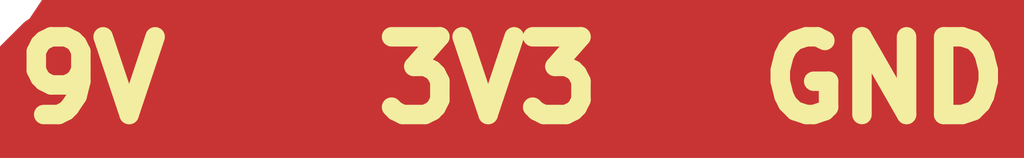
<source format=kicad_pcb>
(kicad_pcb (version 20171130) (host pcbnew 5.0.2+dfsg1-1)

  (general
    (thickness 1.6)
    (drawings 4)
    (tracks 111)
    (zones 0)
    (modules 19)
    (nets 59)
  )

  (page A4)
  (layers
    (0 F.Cu signal hide)
    (31 B.Cu signal)
    (32 B.Adhes user)
    (33 F.Adhes user)
    (34 B.Paste user)
    (35 F.Paste user)
    (36 B.SilkS user)
    (37 F.SilkS user)
    (38 B.Mask user)
    (39 F.Mask user)
    (40 Dwgs.User user)
    (41 Cmts.User user)
    (42 Eco1.User user)
    (43 Eco2.User user)
    (44 Edge.Cuts user)
    (45 Margin user)
    (46 B.CrtYd user)
    (47 F.CrtYd user)
    (48 B.Fab user)
    (49 F.Fab user)
  )

  (setup
    (last_trace_width 0.5)
    (trace_clearance 0.5)
    (zone_clearance 0.508)
    (zone_45_only no)
    (trace_min 0.5)
    (segment_width 0.2)
    (edge_width 0.15)
    (via_size 0.8)
    (via_drill 0.4)
    (via_min_size 0.4)
    (via_min_drill 0.3)
    (uvia_size 0.3)
    (uvia_drill 0.1)
    (uvias_allowed no)
    (uvia_min_size 0.2)
    (uvia_min_drill 0.1)
    (pcb_text_width 0.3)
    (pcb_text_size 1.5 1.5)
    (mod_edge_width 0.15)
    (mod_text_size 1 1)
    (mod_text_width 0.15)
    (pad_size 1.524 1.524)
    (pad_drill 0.762)
    (pad_to_mask_clearance 0.051)
    (solder_mask_min_width 0.25)
    (aux_axis_origin 0 0)
    (visible_elements FFFFFF7F)
    (pcbplotparams
      (layerselection 0x010fc_ffffffff)
      (usegerberextensions false)
      (usegerberattributes false)
      (usegerberadvancedattributes false)
      (creategerberjobfile false)
      (excludeedgelayer true)
      (linewidth 0.100000)
      (plotframeref false)
      (viasonmask false)
      (mode 1)
      (useauxorigin false)
      (hpglpennumber 1)
      (hpglpenspeed 20)
      (hpglpendiameter 15.000000)
      (psnegative false)
      (psa4output false)
      (plotreference true)
      (plotvalue true)
      (plotinvisibletext false)
      (padsonsilk false)
      (subtractmaskfromsilk false)
      (outputformat 1)
      (mirror false)
      (drillshape 1)
      (scaleselection 1)
      (outputdirectory ""))
  )

  (net 0 "")
  (net 1 "Net-(M1-Pad1)")
  (net 2 "Net-(M1-Pad2)")
  (net 3 "Net-(M2-Pad1)")
  (net 4 "Net-(M2-Pad2)")
  (net 5 GND)
  (net 6 +9V)
  (net 7 "Net-(R2-Pad1)")
  (net 8 "Net-(R4-Pad1)")
  (net 9 "Net-(R5-Pad2)")
  (net 10 "Net-(R7-Pad2)")
  (net 11 "Net-(U4-Pad3)")
  (net 12 "Net-(U4-Pad6)")
  (net 13 +3V3)
  (net 14 "Net-(U5-Pad3)")
  (net 15 "Net-(U5-Pad6)")
  (net 16 "Net-(U7-Pad3)")
  (net 17 "Net-(U7-Pad6)")
  (net 18 "Net-(R1-Pad1)")
  (net 19 "Net-(R3-Pad1)")
  (net 20 "Net-(R6-Pad2)")
  (net 21 "Net-(R8-Pad2)")
  (net 22 "Net-(U6-Pad3)")
  (net 23 "Net-(U6-Pad6)")
  (net 24 "Net-(U1-PadPB9)")
  (net 25 "Net-(U1-PadPB8)")
  (net 26 "Net-(U1-Pad5V)")
  (net 27 "Net-(U1-PadPB7)")
  (net 28 "Net-(U1-PadPB6)")
  (net 29 "Net-(U1-PadPB4)")
  (net 30 "Net-(U1-PadPB5)")
  (net 31 "Net-(U1-PadPB3)")
  (net 32 "Net-(U1-PadPA15)")
  (net 33 "Net-(U1-PadPA12)")
  (net 34 "Net-(U1-PadPA10)")
  (net 35 "Net-(U1-PadPA9)")
  (net 36 "Net-(U1-PadPA11)")
  (net 37 "Net-(U1-PadPA8)")
  (net 38 "Net-(U1-PadPB15)")
  (net 39 "Net-(U1-PadPB14)")
  (net 40 "Net-(U1-PadPB13)")
  (net 41 "Net-(U1-PadPB12)")
  (net 42 "Net-(U1-PadPB0)")
  (net 43 "Net-(U1-PadVBAT)")
  (net 44 "Net-(U1-PadPA7)")
  (net 45 "Net-(U1-PadPC13)")
  (net 46 "Net-(U1-PadPA2)")
  (net 47 "Net-(U1-PadPA0)")
  (net 48 "Net-(U1-PadPC14)")
  (net 49 "Net-(U1-PadPB1)")
  (net 50 "Net-(U1-PadPA1)")
  (net 51 "Net-(U1-PadPA6)")
  (net 52 "Net-(U1-PadPA4)")
  (net 53 "Net-(U1-PadPB11)")
  (net 54 "Net-(U1-PadNRST)")
  (net 55 "Net-(U1-PadPA5)")
  (net 56 "Net-(U1-PadPC15)")
  (net 57 "Net-(U1-PadPA3)")
  (net 58 "Net-(U1-PadPB10)")

  (net_class Default "This is the default net class."
    (clearance 0.5)
    (trace_width 0.5)
    (via_dia 0.8)
    (via_drill 0.4)
    (uvia_dia 0.3)
    (uvia_drill 0.1)
    (diff_pair_gap 0.25)
    (diff_pair_width 0.5)
    (add_net +3V3)
    (add_net +9V)
    (add_net GND)
    (add_net "Net-(M1-Pad1)")
    (add_net "Net-(M1-Pad2)")
    (add_net "Net-(M2-Pad1)")
    (add_net "Net-(M2-Pad2)")
    (add_net "Net-(R1-Pad1)")
    (add_net "Net-(R2-Pad1)")
    (add_net "Net-(R3-Pad1)")
    (add_net "Net-(R4-Pad1)")
    (add_net "Net-(R5-Pad2)")
    (add_net "Net-(R6-Pad2)")
    (add_net "Net-(R7-Pad2)")
    (add_net "Net-(R8-Pad2)")
    (add_net "Net-(U1-Pad5V)")
    (add_net "Net-(U1-PadNRST)")
    (add_net "Net-(U1-PadPA0)")
    (add_net "Net-(U1-PadPA1)")
    (add_net "Net-(U1-PadPA10)")
    (add_net "Net-(U1-PadPA11)")
    (add_net "Net-(U1-PadPA12)")
    (add_net "Net-(U1-PadPA15)")
    (add_net "Net-(U1-PadPA2)")
    (add_net "Net-(U1-PadPA3)")
    (add_net "Net-(U1-PadPA4)")
    (add_net "Net-(U1-PadPA5)")
    (add_net "Net-(U1-PadPA6)")
    (add_net "Net-(U1-PadPA7)")
    (add_net "Net-(U1-PadPA8)")
    (add_net "Net-(U1-PadPA9)")
    (add_net "Net-(U1-PadPB0)")
    (add_net "Net-(U1-PadPB1)")
    (add_net "Net-(U1-PadPB10)")
    (add_net "Net-(U1-PadPB11)")
    (add_net "Net-(U1-PadPB12)")
    (add_net "Net-(U1-PadPB13)")
    (add_net "Net-(U1-PadPB14)")
    (add_net "Net-(U1-PadPB15)")
    (add_net "Net-(U1-PadPB3)")
    (add_net "Net-(U1-PadPB4)")
    (add_net "Net-(U1-PadPB5)")
    (add_net "Net-(U1-PadPB6)")
    (add_net "Net-(U1-PadPB7)")
    (add_net "Net-(U1-PadPB8)")
    (add_net "Net-(U1-PadPB9)")
    (add_net "Net-(U1-PadPC13)")
    (add_net "Net-(U1-PadPC14)")
    (add_net "Net-(U1-PadPC15)")
    (add_net "Net-(U1-PadVBAT)")
    (add_net "Net-(U4-Pad3)")
    (add_net "Net-(U4-Pad6)")
    (add_net "Net-(U5-Pad3)")
    (add_net "Net-(U5-Pad6)")
    (add_net "Net-(U6-Pad3)")
    (add_net "Net-(U6-Pad6)")
    (add_net "Net-(U7-Pad3)")
    (add_net "Net-(U7-Pad6)")
  )

  (module Connector_JST:JST_NV_B03P-NV_1x03_P5.00mm_Vertical (layer F.Cu) (tedit 5B774480) (tstamp 5DDBA98B)
    (at 91.44 33.02)
    (descr "JST NV series connector, B03P-NV (http://www.jst-mfg.com/product/pdf/eng/eNV.pdf), generated with kicad-footprint-generator")
    (tags "connector JST NV side entry")
    (path /5DE0440A)
    (fp_text reference J1 (at 5 -4.9) (layer F.SilkS)
      (effects (font (size 1 1) (thickness 0.15)))
    )
    (fp_text value Conn_01x03_Male (at 5 6) (layer F.Fab)
      (effects (font (size 1 1) (thickness 0.15)))
    )
    (fp_line (start -2.5 -3.7) (end -2.5 4.8) (layer F.Fab) (width 0.1))
    (fp_line (start -2.5 4.8) (end 12.5 4.8) (layer F.Fab) (width 0.1))
    (fp_line (start 12.5 4.8) (end 12.5 -3.7) (layer F.Fab) (width 0.1))
    (fp_line (start 12.5 -3.7) (end -2.5 -3.7) (layer F.Fab) (width 0.1))
    (fp_line (start -2.5 -2) (end 12.5 -2) (layer F.Fab) (width 0.1))
    (fp_line (start -2.5 -1) (end -1.5 0) (layer F.Fab) (width 0.1))
    (fp_line (start -2.5 1) (end -1.5 0) (layer F.Fab) (width 0.1))
    (fp_line (start -3 -4.2) (end -3 5.3) (layer F.CrtYd) (width 0.05))
    (fp_line (start -3 5.3) (end 13 5.3) (layer F.CrtYd) (width 0.05))
    (fp_line (start 13 5.3) (end 13 -4.2) (layer F.CrtYd) (width 0.05))
    (fp_line (start 13 -4.2) (end -3 -4.2) (layer F.CrtYd) (width 0.05))
    (fp_line (start -2.61 -3.81) (end -2.61 4.91) (layer F.SilkS) (width 0.12))
    (fp_line (start -2.61 4.91) (end 12.61 4.91) (layer F.SilkS) (width 0.12))
    (fp_line (start 12.61 4.91) (end 12.61 -3.81) (layer F.SilkS) (width 0.12))
    (fp_line (start 12.61 -3.81) (end -2.61 -3.81) (layer F.SilkS) (width 0.12))
    (fp_line (start -2.81 0) (end -3.41 0.3) (layer F.SilkS) (width 0.12))
    (fp_line (start -3.41 0.3) (end -3.41 -0.3) (layer F.SilkS) (width 0.12))
    (fp_line (start -3.41 -0.3) (end -2.81 0) (layer F.SilkS) (width 0.12))
    (fp_text user %R (at 5 4.1) (layer F.Fab)
      (effects (font (size 1 1) (thickness 0.15)))
    )
    (pad 1 thru_hole roundrect (at 0 0) (size 2.7 2.7) (drill 1.7) (layers *.Cu *.Mask) (roundrect_rratio 0.09259299999999999)
      (net 6 +9V))
    (pad 2 thru_hole circle (at 5 0) (size 2.7 2.7) (drill 1.7) (layers *.Cu *.Mask)
      (net 13 +3V3))
    (pad 3 thru_hole circle (at 10 0) (size 2.7 2.7) (drill 1.7) (layers *.Cu *.Mask)
      (net 5 GND))
    (model ${KISYS3DMOD}/Connector_JST.3dshapes/JST_NV_B03P-NV_1x03_P5.00mm_Vertical.wrl
      (at (xyz 0 0 0))
      (scale (xyz 1 1 1))
      (rotate (xyz 0 0 0))
    )
  )

  (module Connector_PinHeader_2.54mm:PinHeader_1x02_P2.54mm_Vertical (layer F.Cu) (tedit 5DDBA79B) (tstamp 5E0686FD)
    (at 82.55 31.75 90)
    (descr "Through hole straight pin header, 1x02, 2.54mm pitch, single row")
    (tags "Through hole pin header THT 1x02 2.54mm single row")
    (path /5DD6C760)
    (fp_text reference M1 (at -2.54 1.27 180) (layer F.SilkS)
      (effects (font (size 1 1) (thickness 0.15)))
    )
    (fp_text value "Steer Motor" (at 2.54 1.27 180) (layer F.SilkS)
      (effects (font (size 1 1) (thickness 0.15)))
    )
    (fp_line (start -0.635 -1.27) (end 1.27 -1.27) (layer F.Fab) (width 0.1))
    (fp_line (start 1.27 -1.27) (end 1.27 3.81) (layer F.Fab) (width 0.1))
    (fp_line (start 1.27 3.81) (end -1.27 3.81) (layer F.Fab) (width 0.1))
    (fp_line (start -1.27 3.81) (end -1.27 -0.635) (layer F.Fab) (width 0.1))
    (fp_line (start -1.27 -0.635) (end -0.635 -1.27) (layer F.Fab) (width 0.1))
    (fp_line (start -1.33 3.87) (end 1.33 3.87) (layer F.SilkS) (width 0.12))
    (fp_line (start -1.33 1.27) (end -1.33 3.87) (layer F.SilkS) (width 0.12))
    (fp_line (start 1.33 1.27) (end 1.33 3.87) (layer F.SilkS) (width 0.12))
    (fp_line (start -1.33 1.27) (end 1.33 1.27) (layer F.SilkS) (width 0.12))
    (fp_line (start -1.33 0) (end -1.33 -1.33) (layer F.SilkS) (width 0.12))
    (fp_line (start -1.33 -1.33) (end 0 -1.33) (layer F.SilkS) (width 0.12))
    (fp_line (start -1.8 -1.8) (end -1.8 4.35) (layer F.CrtYd) (width 0.05))
    (fp_line (start -1.8 4.35) (end 1.8 4.35) (layer F.CrtYd) (width 0.05))
    (fp_line (start 1.8 4.35) (end 1.8 -1.8) (layer F.CrtYd) (width 0.05))
    (fp_line (start 1.8 -1.8) (end -1.8 -1.8) (layer F.CrtYd) (width 0.05))
    (fp_text user %R (at 0 1.27 180) (layer F.Fab)
      (effects (font (size 1 1) (thickness 0.15)))
    )
    (pad 1 thru_hole rect (at 0 0 90) (size 1.7 1.7) (drill 1) (layers *.Cu *.Mask)
      (net 1 "Net-(M1-Pad1)"))
    (pad 2 thru_hole oval (at 0 2.54 90) (size 1.7 1.7) (drill 1) (layers *.Cu *.Mask)
      (net 2 "Net-(M1-Pad2)"))
    (model ${KISYS3DMOD}/Connector_PinHeader_2.54mm.3dshapes/PinHeader_1x02_P2.54mm_Vertical.wrl
      (at (xyz 0 0 0))
      (scale (xyz 1 1 1))
      (rotate (xyz 0 0 0))
    )
  )

  (module Connector_PinHeader_2.54mm:PinHeader_1x02_P2.54mm_Vertical (layer F.Cu) (tedit 5DDBA82B) (tstamp 5E068713)
    (at 82.55 80.01 180)
    (descr "Through hole straight pin header, 1x02, 2.54mm pitch, single row")
    (tags "Through hole pin header THT 1x02 2.54mm single row")
    (path /5DD80A5C)
    (fp_text reference M2 (at 0 -2.33 180) (layer F.SilkS)
      (effects (font (size 1 1) (thickness 0.15)))
    )
    (fp_text value "Drive Motors" (at -2.54 5.08 180) (layer F.SilkS)
      (effects (font (size 1 1) (thickness 0.15)))
    )
    (fp_line (start -0.635 -1.27) (end 1.27 -1.27) (layer F.Fab) (width 0.1))
    (fp_line (start 1.27 -1.27) (end 1.27 3.81) (layer F.Fab) (width 0.1))
    (fp_line (start 1.27 3.81) (end -1.27 3.81) (layer F.Fab) (width 0.1))
    (fp_line (start -1.27 3.81) (end -1.27 -0.635) (layer F.Fab) (width 0.1))
    (fp_line (start -1.27 -0.635) (end -0.635 -1.27) (layer F.Fab) (width 0.1))
    (fp_line (start -1.33 3.87) (end 1.33 3.87) (layer F.SilkS) (width 0.12))
    (fp_line (start -1.33 1.27) (end -1.33 3.87) (layer F.SilkS) (width 0.12))
    (fp_line (start 1.33 1.27) (end 1.33 3.87) (layer F.SilkS) (width 0.12))
    (fp_line (start -1.33 1.27) (end 1.33 1.27) (layer F.SilkS) (width 0.12))
    (fp_line (start -1.33 0) (end -1.33 -1.33) (layer F.SilkS) (width 0.12))
    (fp_line (start -1.33 -1.33) (end 0 -1.33) (layer F.SilkS) (width 0.12))
    (fp_line (start -1.8 -1.8) (end -1.8 4.35) (layer F.CrtYd) (width 0.05))
    (fp_line (start -1.8 4.35) (end 1.8 4.35) (layer F.CrtYd) (width 0.05))
    (fp_line (start 1.8 4.35) (end 1.8 -1.8) (layer F.CrtYd) (width 0.05))
    (fp_line (start 1.8 -1.8) (end -1.8 -1.8) (layer F.CrtYd) (width 0.05))
    (fp_text user %R (at 0 1.27 270) (layer F.Fab)
      (effects (font (size 1 1) (thickness 0.15)))
    )
    (pad 1 thru_hole rect (at 0 0 180) (size 1.7 1.7) (drill 1) (layers *.Cu *.Mask)
      (net 3 "Net-(M2-Pad1)"))
    (pad 2 thru_hole oval (at 0 2.54 180) (size 1.7 1.7) (drill 1) (layers *.Cu *.Mask)
      (net 4 "Net-(M2-Pad2)"))
    (model ${KISYS3DMOD}/Connector_PinHeader_2.54mm.3dshapes/PinHeader_1x02_P2.54mm_Vertical.wrl
      (at (xyz 0 0 0))
      (scale (xyz 1 1 1))
      (rotate (xyz 0 0 0))
    )
  )

  (module Connector_PinHeader_2.54mm:PinHeader_1x02_P2.54mm_Vertical (layer F.Cu) (tedit 5DDBA729) (tstamp 5E068729)
    (at 87.63 80.01 180)
    (descr "Through hole straight pin header, 1x02, 2.54mm pitch, single row")
    (tags "Through hole pin header THT 1x02 2.54mm single row")
    (path /5DD6F15E)
    (fp_text reference M3 (at 0 -2.33 180) (layer F.SilkS)
      (effects (font (size 1 1) (thickness 0.15)))
    )
    (fp_text value "Back Mtr" (at 0 4.87 180) (layer F.Fab) hide
      (effects (font (size 1 1) (thickness 0.15)))
    )
    (fp_text user %R (at 0 1.27 270) (layer F.Fab)
      (effects (font (size 1 1) (thickness 0.15)))
    )
    (fp_line (start 1.8 -1.8) (end -1.8 -1.8) (layer F.CrtYd) (width 0.05))
    (fp_line (start 1.8 4.35) (end 1.8 -1.8) (layer F.CrtYd) (width 0.05))
    (fp_line (start -1.8 4.35) (end 1.8 4.35) (layer F.CrtYd) (width 0.05))
    (fp_line (start -1.8 -1.8) (end -1.8 4.35) (layer F.CrtYd) (width 0.05))
    (fp_line (start -1.33 -1.33) (end 0 -1.33) (layer F.SilkS) (width 0.12))
    (fp_line (start -1.33 0) (end -1.33 -1.33) (layer F.SilkS) (width 0.12))
    (fp_line (start -1.33 1.27) (end 1.33 1.27) (layer F.SilkS) (width 0.12))
    (fp_line (start 1.33 1.27) (end 1.33 3.87) (layer F.SilkS) (width 0.12))
    (fp_line (start -1.33 1.27) (end -1.33 3.87) (layer F.SilkS) (width 0.12))
    (fp_line (start -1.33 3.87) (end 1.33 3.87) (layer F.SilkS) (width 0.12))
    (fp_line (start -1.27 -0.635) (end -0.635 -1.27) (layer F.Fab) (width 0.1))
    (fp_line (start -1.27 3.81) (end -1.27 -0.635) (layer F.Fab) (width 0.1))
    (fp_line (start 1.27 3.81) (end -1.27 3.81) (layer F.Fab) (width 0.1))
    (fp_line (start 1.27 -1.27) (end 1.27 3.81) (layer F.Fab) (width 0.1))
    (fp_line (start -0.635 -1.27) (end 1.27 -1.27) (layer F.Fab) (width 0.1))
    (pad 2 thru_hole oval (at 0 2.54 180) (size 1.7 1.7) (drill 1) (layers *.Cu *.Mask)
      (net 4 "Net-(M2-Pad2)"))
    (pad 1 thru_hole rect (at 0 0 180) (size 1.7 1.7) (drill 1) (layers *.Cu *.Mask)
      (net 3 "Net-(M2-Pad1)"))
    (model ${KISYS3DMOD}/Connector_PinHeader_2.54mm.3dshapes/PinHeader_1x02_P2.54mm_Vertical.wrl
      (at (xyz 0 0 0))
      (scale (xyz 1 1 1))
      (rotate (xyz 0 0 0))
    )
  )

  (module Resistor_THT:R_Axial_DIN0207_L6.3mm_D2.5mm_P2.54mm_Vertical (layer F.Cu) (tedit 5AE5139B) (tstamp 5E068738)
    (at 82.55 52.07 270)
    (descr "Resistor, Axial_DIN0207 series, Axial, Vertical, pin pitch=2.54mm, 0.25W = 1/4W, length*diameter=6.3*2.5mm^2, http://cdn-reichelt.de/documents/datenblatt/B400/1_4W%23YAG.pdf")
    (tags "Resistor Axial_DIN0207 series Axial Vertical pin pitch 2.54mm 0.25W = 1/4W length 6.3mm diameter 2.5mm")
    (path /5DD64B35)
    (fp_text reference R1 (at 1.27 -2.37 270) (layer F.SilkS)
      (effects (font (size 1 1) (thickness 0.15)))
    )
    (fp_text value 2k2 (at 1.27 2.37 270) (layer F.Fab)
      (effects (font (size 1 1) (thickness 0.15)))
    )
    (fp_text user %R (at 1.27 -2.37 270) (layer F.Fab)
      (effects (font (size 1 1) (thickness 0.15)))
    )
    (fp_line (start 3.59 -1.5) (end -1.5 -1.5) (layer F.CrtYd) (width 0.05))
    (fp_line (start 3.59 1.5) (end 3.59 -1.5) (layer F.CrtYd) (width 0.05))
    (fp_line (start -1.5 1.5) (end 3.59 1.5) (layer F.CrtYd) (width 0.05))
    (fp_line (start -1.5 -1.5) (end -1.5 1.5) (layer F.CrtYd) (width 0.05))
    (fp_line (start 1.37 0) (end 1.44 0) (layer F.SilkS) (width 0.12))
    (fp_line (start 0 0) (end 2.54 0) (layer F.Fab) (width 0.1))
    (fp_circle (center 0 0) (end 1.37 0) (layer F.SilkS) (width 0.12))
    (fp_circle (center 0 0) (end 1.25 0) (layer F.Fab) (width 0.1))
    (pad 2 thru_hole oval (at 2.54 0 270) (size 1.6 1.6) (drill 0.8) (layers *.Cu *.Mask)
      (net 6 +9V))
    (pad 1 thru_hole circle (at 0 0 270) (size 1.6 1.6) (drill 0.8) (layers *.Cu *.Mask)
      (net 18 "Net-(R1-Pad1)"))
    (model ${KISYS3DMOD}/Resistor_THT.3dshapes/R_Axial_DIN0207_L6.3mm_D2.5mm_P2.54mm_Vertical.wrl
      (at (xyz 0 0 0))
      (scale (xyz 1 1 1))
      (rotate (xyz 0 0 0))
    )
  )

  (module Resistor_THT:R_Axial_DIN0207_L6.3mm_D2.5mm_P2.54mm_Vertical (layer F.Cu) (tedit 5AE5139B) (tstamp 5E068747)
    (at 87.63 52.07 270)
    (descr "Resistor, Axial_DIN0207 series, Axial, Vertical, pin pitch=2.54mm, 0.25W = 1/4W, length*diameter=6.3*2.5mm^2, http://cdn-reichelt.de/documents/datenblatt/B400/1_4W%23YAG.pdf")
    (tags "Resistor Axial_DIN0207 series Axial Vertical pin pitch 2.54mm 0.25W = 1/4W length 6.3mm diameter 2.5mm")
    (path /5DD64343)
    (fp_text reference R2 (at 1.27 -2.37 270) (layer F.SilkS)
      (effects (font (size 1 1) (thickness 0.15)))
    )
    (fp_text value 2k2 (at 1.27 2.37 270) (layer F.Fab)
      (effects (font (size 1 1) (thickness 0.15)))
    )
    (fp_text user %R (at 1.27 -2.37 270) (layer F.Fab)
      (effects (font (size 1 1) (thickness 0.15)))
    )
    (fp_line (start 3.59 -1.5) (end -1.5 -1.5) (layer F.CrtYd) (width 0.05))
    (fp_line (start 3.59 1.5) (end 3.59 -1.5) (layer F.CrtYd) (width 0.05))
    (fp_line (start -1.5 1.5) (end 3.59 1.5) (layer F.CrtYd) (width 0.05))
    (fp_line (start -1.5 -1.5) (end -1.5 1.5) (layer F.CrtYd) (width 0.05))
    (fp_line (start 1.37 0) (end 1.44 0) (layer F.SilkS) (width 0.12))
    (fp_line (start 0 0) (end 2.54 0) (layer F.Fab) (width 0.1))
    (fp_circle (center 0 0) (end 1.37 0) (layer F.SilkS) (width 0.12))
    (fp_circle (center 0 0) (end 1.25 0) (layer F.Fab) (width 0.1))
    (pad 2 thru_hole oval (at 2.54 0 270) (size 1.6 1.6) (drill 0.8) (layers *.Cu *.Mask)
      (net 6 +9V))
    (pad 1 thru_hole circle (at 0 0 270) (size 1.6 1.6) (drill 0.8) (layers *.Cu *.Mask)
      (net 7 "Net-(R2-Pad1)"))
    (model ${KISYS3DMOD}/Resistor_THT.3dshapes/R_Axial_DIN0207_L6.3mm_D2.5mm_P2.54mm_Vertical.wrl
      (at (xyz 0 0 0))
      (scale (xyz 1 1 1))
      (rotate (xyz 0 0 0))
    )
  )

  (module Resistor_THT:R_Axial_DIN0207_L6.3mm_D2.5mm_P2.54mm_Vertical (layer F.Cu) (tedit 5AE5139B) (tstamp 5E068756)
    (at 83.82 69.85 270)
    (descr "Resistor, Axial_DIN0207 series, Axial, Vertical, pin pitch=2.54mm, 0.25W = 1/4W, length*diameter=6.3*2.5mm^2, http://cdn-reichelt.de/documents/datenblatt/B400/1_4W%23YAG.pdf")
    (tags "Resistor Axial_DIN0207 series Axial Vertical pin pitch 2.54mm 0.25W = 1/4W length 6.3mm diameter 2.5mm")
    (path /5DD640D8)
    (fp_text reference R3 (at 1.27 -2.37 270) (layer F.SilkS)
      (effects (font (size 1 1) (thickness 0.15)))
    )
    (fp_text value 2k2 (at 1.27 2.37 270) (layer F.Fab)
      (effects (font (size 1 1) (thickness 0.15)))
    )
    (fp_text user %R (at 1.27 -2.37 270) (layer F.Fab)
      (effects (font (size 1 1) (thickness 0.15)))
    )
    (fp_line (start 3.59 -1.5) (end -1.5 -1.5) (layer F.CrtYd) (width 0.05))
    (fp_line (start 3.59 1.5) (end 3.59 -1.5) (layer F.CrtYd) (width 0.05))
    (fp_line (start -1.5 1.5) (end 3.59 1.5) (layer F.CrtYd) (width 0.05))
    (fp_line (start -1.5 -1.5) (end -1.5 1.5) (layer F.CrtYd) (width 0.05))
    (fp_line (start 1.37 0) (end 1.44 0) (layer F.SilkS) (width 0.12))
    (fp_line (start 0 0) (end 2.54 0) (layer F.Fab) (width 0.1))
    (fp_circle (center 0 0) (end 1.37 0) (layer F.SilkS) (width 0.12))
    (fp_circle (center 0 0) (end 1.25 0) (layer F.Fab) (width 0.1))
    (pad 2 thru_hole oval (at 2.54 0 270) (size 1.6 1.6) (drill 0.8) (layers *.Cu *.Mask)
      (net 6 +9V))
    (pad 1 thru_hole circle (at 0 0 270) (size 1.6 1.6) (drill 0.8) (layers *.Cu *.Mask)
      (net 19 "Net-(R3-Pad1)"))
    (model ${KISYS3DMOD}/Resistor_THT.3dshapes/R_Axial_DIN0207_L6.3mm_D2.5mm_P2.54mm_Vertical.wrl
      (at (xyz 0 0 0))
      (scale (xyz 1 1 1))
      (rotate (xyz 0 0 0))
    )
  )

  (module Resistor_THT:R_Axial_DIN0207_L6.3mm_D2.5mm_P2.54mm_Vertical (layer F.Cu) (tedit 5AE5139B) (tstamp 5E068765)
    (at 88.9 69.85 270)
    (descr "Resistor, Axial_DIN0207 series, Axial, Vertical, pin pitch=2.54mm, 0.25W = 1/4W, length*diameter=6.3*2.5mm^2, http://cdn-reichelt.de/documents/datenblatt/B400/1_4W%23YAG.pdf")
    (tags "Resistor Axial_DIN0207 series Axial Vertical pin pitch 2.54mm 0.25W = 1/4W length 6.3mm diameter 2.5mm")
    (path /5DD5E08D)
    (fp_text reference R4 (at 1.27 -2.37 270) (layer F.SilkS)
      (effects (font (size 1 1) (thickness 0.15)))
    )
    (fp_text value 2k2 (at 1.27 2.37 270) (layer F.Fab)
      (effects (font (size 1 1) (thickness 0.15)))
    )
    (fp_text user %R (at 1.27 -2.37 270) (layer F.Fab)
      (effects (font (size 1 1) (thickness 0.15)))
    )
    (fp_line (start 3.59 -1.5) (end -1.5 -1.5) (layer F.CrtYd) (width 0.05))
    (fp_line (start 3.59 1.5) (end 3.59 -1.5) (layer F.CrtYd) (width 0.05))
    (fp_line (start -1.5 1.5) (end 3.59 1.5) (layer F.CrtYd) (width 0.05))
    (fp_line (start -1.5 -1.5) (end -1.5 1.5) (layer F.CrtYd) (width 0.05))
    (fp_line (start 1.37 0) (end 1.44 0) (layer F.SilkS) (width 0.12))
    (fp_line (start 0 0) (end 2.54 0) (layer F.Fab) (width 0.1))
    (fp_circle (center 0 0) (end 1.37 0) (layer F.SilkS) (width 0.12))
    (fp_circle (center 0 0) (end 1.25 0) (layer F.Fab) (width 0.1))
    (pad 2 thru_hole oval (at 2.54 0 270) (size 1.6 1.6) (drill 0.8) (layers *.Cu *.Mask)
      (net 6 +9V))
    (pad 1 thru_hole circle (at 0 0 270) (size 1.6 1.6) (drill 0.8) (layers *.Cu *.Mask)
      (net 8 "Net-(R4-Pad1)"))
    (model ${KISYS3DMOD}/Resistor_THT.3dshapes/R_Axial_DIN0207_L6.3mm_D2.5mm_P2.54mm_Vertical.wrl
      (at (xyz 0 0 0))
      (scale (xyz 1 1 1))
      (rotate (xyz 0 0 0))
    )
  )

  (module Resistor_THT:R_Axial_DIN0207_L6.3mm_D2.5mm_P2.54mm_Vertical (layer F.Cu) (tedit 5AE5139B) (tstamp 5E068774)
    (at 104.14 43.18 90)
    (descr "Resistor, Axial_DIN0207 series, Axial, Vertical, pin pitch=2.54mm, 0.25W = 1/4W, length*diameter=6.3*2.5mm^2, http://cdn-reichelt.de/documents/datenblatt/B400/1_4W%23YAG.pdf")
    (tags "Resistor Axial_DIN0207 series Axial Vertical pin pitch 2.54mm 0.25W = 1/4W length 6.3mm diameter 2.5mm")
    (path /5DD64B19)
    (fp_text reference R5 (at 1.27 -2.37 90) (layer F.SilkS)
      (effects (font (size 1 1) (thickness 0.15)))
    )
    (fp_text value 200 (at 1.27 2.37 90) (layer F.Fab)
      (effects (font (size 1 1) (thickness 0.15)))
    )
    (fp_circle (center 0 0) (end 1.25 0) (layer F.Fab) (width 0.1))
    (fp_circle (center 0 0) (end 1.37 0) (layer F.SilkS) (width 0.12))
    (fp_line (start 0 0) (end 2.54 0) (layer F.Fab) (width 0.1))
    (fp_line (start 1.37 0) (end 1.44 0) (layer F.SilkS) (width 0.12))
    (fp_line (start -1.5 -1.5) (end -1.5 1.5) (layer F.CrtYd) (width 0.05))
    (fp_line (start -1.5 1.5) (end 3.59 1.5) (layer F.CrtYd) (width 0.05))
    (fp_line (start 3.59 1.5) (end 3.59 -1.5) (layer F.CrtYd) (width 0.05))
    (fp_line (start 3.59 -1.5) (end -1.5 -1.5) (layer F.CrtYd) (width 0.05))
    (fp_text user %R (at 1.27 -2.37 90) (layer F.Fab)
      (effects (font (size 1 1) (thickness 0.15)))
    )
    (pad 1 thru_hole circle (at 0 0 90) (size 1.6 1.6) (drill 0.8) (layers *.Cu *.Mask)
      (net 5 GND))
    (pad 2 thru_hole oval (at 2.54 0 90) (size 1.6 1.6) (drill 0.8) (layers *.Cu *.Mask)
      (net 9 "Net-(R5-Pad2)"))
    (model ${KISYS3DMOD}/Resistor_THT.3dshapes/R_Axial_DIN0207_L6.3mm_D2.5mm_P2.54mm_Vertical.wrl
      (at (xyz 0 0 0))
      (scale (xyz 1 1 1))
      (rotate (xyz 0 0 0))
    )
  )

  (module Resistor_THT:R_Axial_DIN0207_L6.3mm_D2.5mm_P2.54mm_Vertical (layer F.Cu) (tedit 5DD847A2) (tstamp 5E068783)
    (at 104.14 57.15 90)
    (descr "Resistor, Axial_DIN0207 series, Axial, Vertical, pin pitch=2.54mm, 0.25W = 1/4W, length*diameter=6.3*2.5mm^2, http://cdn-reichelt.de/documents/datenblatt/B400/1_4W%23YAG.pdf")
    (tags "Resistor Axial_DIN0207 series Axial Vertical pin pitch 2.54mm 0.25W = 1/4W length 6.3mm diameter 2.5mm")
    (path /5DD64327)
    (fp_text reference R6 (at 1.27 -2.37 90) (layer F.SilkS)
      (effects (font (size 1 1) (thickness 0.15)))
    )
    (fp_text value 200 (at 1.27 2.37 90) (layer F.Fab)
      (effects (font (size 1 1) (thickness 0.15)))
    )
    (fp_circle (center 0 0) (end 1.25 0) (layer F.Fab) (width 0.1))
    (fp_circle (center 0 0) (end 1.37 0) (layer F.SilkS) (width 0.12))
    (fp_line (start 0 0) (end 2.54 0) (layer F.Fab) (width 0.1))
    (fp_line (start 1.37 0) (end 1.44 0) (layer F.SilkS) (width 0.12))
    (fp_line (start -1.5 -1.5) (end -1.5 1.5) (layer F.CrtYd) (width 0.05))
    (fp_line (start -1.5 1.5) (end 3.59 1.5) (layer F.CrtYd) (width 0.05))
    (fp_line (start 3.59 1.5) (end 3.59 -1.5) (layer F.CrtYd) (width 0.05))
    (fp_line (start 3.59 -1.5) (end -1.5 -1.5) (layer F.CrtYd) (width 0.05))
    (fp_text user %R (at 1.27 -2.37 90) (layer F.Fab)
      (effects (font (size 1 1) (thickness 0.15)))
    )
    (pad 1 thru_hole circle (at 0 0 90) (size 1.6 1.6) (drill 0.8) (layers *.Cu *.Mask)
      (net 5 GND))
    (pad 2 thru_hole oval (at 2.54 0 90) (size 1.6 1.6) (drill 0.8) (layers *.Cu *.Mask)
      (net 20 "Net-(R6-Pad2)"))
    (model ${KISYS3DMOD}/Resistor_THT.3dshapes/R_Axial_DIN0207_L6.3mm_D2.5mm_P2.54mm_Vertical.wrl
      (at (xyz 0 0 0))
      (scale (xyz 1 1 1))
      (rotate (xyz 0 0 0))
    )
  )

  (module Resistor_THT:R_Axial_DIN0207_L6.3mm_D2.5mm_P2.54mm_Vertical (layer F.Cu) (tedit 5AE5139B) (tstamp 5E068792)
    (at 104.14 68.58 90)
    (descr "Resistor, Axial_DIN0207 series, Axial, Vertical, pin pitch=2.54mm, 0.25W = 1/4W, length*diameter=6.3*2.5mm^2, http://cdn-reichelt.de/documents/datenblatt/B400/1_4W%23YAG.pdf")
    (tags "Resistor Axial_DIN0207 series Axial Vertical pin pitch 2.54mm 0.25W = 1/4W length 6.3mm diameter 2.5mm")
    (path /5DD640BC)
    (fp_text reference R7 (at 1.27 -2.37 90) (layer F.SilkS)
      (effects (font (size 1 1) (thickness 0.15)))
    )
    (fp_text value 200 (at 1.27 2.37 90) (layer F.Fab)
      (effects (font (size 1 1) (thickness 0.15)))
    )
    (fp_circle (center 0 0) (end 1.25 0) (layer F.Fab) (width 0.1))
    (fp_circle (center 0 0) (end 1.37 0) (layer F.SilkS) (width 0.12))
    (fp_line (start 0 0) (end 2.54 0) (layer F.Fab) (width 0.1))
    (fp_line (start 1.37 0) (end 1.44 0) (layer F.SilkS) (width 0.12))
    (fp_line (start -1.5 -1.5) (end -1.5 1.5) (layer F.CrtYd) (width 0.05))
    (fp_line (start -1.5 1.5) (end 3.59 1.5) (layer F.CrtYd) (width 0.05))
    (fp_line (start 3.59 1.5) (end 3.59 -1.5) (layer F.CrtYd) (width 0.05))
    (fp_line (start 3.59 -1.5) (end -1.5 -1.5) (layer F.CrtYd) (width 0.05))
    (fp_text user %R (at 1.27 -2.37 90) (layer F.Fab)
      (effects (font (size 1 1) (thickness 0.15)))
    )
    (pad 1 thru_hole circle (at 0 0 90) (size 1.6 1.6) (drill 0.8) (layers *.Cu *.Mask)
      (net 5 GND))
    (pad 2 thru_hole oval (at 2.54 0 90) (size 1.6 1.6) (drill 0.8) (layers *.Cu *.Mask)
      (net 10 "Net-(R7-Pad2)"))
    (model ${KISYS3DMOD}/Resistor_THT.3dshapes/R_Axial_DIN0207_L6.3mm_D2.5mm_P2.54mm_Vertical.wrl
      (at (xyz 0 0 0))
      (scale (xyz 1 1 1))
      (rotate (xyz 0 0 0))
    )
  )

  (module Resistor_THT:R_Axial_DIN0207_L6.3mm_D2.5mm_P2.54mm_Vertical (layer F.Cu) (tedit 5AE5139B) (tstamp 5E0687A1)
    (at 104.14 81.28 90)
    (descr "Resistor, Axial_DIN0207 series, Axial, Vertical, pin pitch=2.54mm, 0.25W = 1/4W, length*diameter=6.3*2.5mm^2, http://cdn-reichelt.de/documents/datenblatt/B400/1_4W%23YAG.pdf")
    (tags "Resistor Axial_DIN0207 series Axial Vertical pin pitch 2.54mm 0.25W = 1/4W length 6.3mm diameter 2.5mm")
    (path /5DD5CE3B)
    (fp_text reference R8 (at 1.27 -2.37 90) (layer F.SilkS)
      (effects (font (size 1 1) (thickness 0.15)))
    )
    (fp_text value 200 (at 1.27 2.37 90) (layer F.Fab)
      (effects (font (size 1 1) (thickness 0.15)))
    )
    (fp_circle (center 0 0) (end 1.25 0) (layer F.Fab) (width 0.1))
    (fp_circle (center 0 0) (end 1.37 0) (layer F.SilkS) (width 0.12))
    (fp_line (start 0 0) (end 2.54 0) (layer F.Fab) (width 0.1))
    (fp_line (start 1.37 0) (end 1.44 0) (layer F.SilkS) (width 0.12))
    (fp_line (start -1.5 -1.5) (end -1.5 1.5) (layer F.CrtYd) (width 0.05))
    (fp_line (start -1.5 1.5) (end 3.59 1.5) (layer F.CrtYd) (width 0.05))
    (fp_line (start 3.59 1.5) (end 3.59 -1.5) (layer F.CrtYd) (width 0.05))
    (fp_line (start 3.59 -1.5) (end -1.5 -1.5) (layer F.CrtYd) (width 0.05))
    (fp_text user %R (at 1.27 -2.37 90) (layer F.Fab)
      (effects (font (size 1 1) (thickness 0.15)))
    )
    (pad 1 thru_hole circle (at 0 0 90) (size 1.6 1.6) (drill 0.8) (layers *.Cu *.Mask)
      (net 5 GND))
    (pad 2 thru_hole oval (at 2.54 0 90) (size 1.6 1.6) (drill 0.8) (layers *.Cu *.Mask)
      (net 21 "Net-(R8-Pad2)"))
    (model ${KISYS3DMOD}/Resistor_THT.3dshapes/R_Axial_DIN0207_L6.3mm_D2.5mm_P2.54mm_Vertical.wrl
      (at (xyz 0 0 0))
      (scale (xyz 1 1 1))
      (rotate (xyz 0 0 0))
    )
  )

  (module chinabluepill:ChinaBluePill (layer F.Cu) (tedit 5BA23A97) (tstamp 5E0687D5)
    (at 109.295001 80.085001)
    (path /5DD88F7A)
    (fp_text reference U1 (at 7.62 -25.4) (layer F.SilkS) hide
      (effects (font (size 1 1) (thickness 0.15)))
    )
    (fp_text value ChinaBluePill (at 7.62 -28.194) (layer F.Fab) hide
      (effects (font (size 1 1) (thickness 0.15)))
    )
    (fp_line (start -2.54 -50.8) (end 17.78 -50.8) (layer F.SilkS) (width 0.15))
    (fp_line (start 17.78 -50.8) (end 17.78 2.54) (layer F.SilkS) (width 0.15))
    (fp_line (start 17.78 2.54) (end -2.54 2.54) (layer F.SilkS) (width 0.15))
    (fp_line (start -2.54 2.54) (end -2.54 -50.8) (layer F.SilkS) (width 0.15))
    (fp_line (start 3.81 -50.8) (end 3.81 -45.72) (layer F.SilkS) (width 0.15))
    (fp_line (start 3.81 -45.72) (end 11.43 -45.72) (layer F.SilkS) (width 0.15))
    (fp_line (start 11.43 -45.72) (end 11.43 -50.8) (layer F.SilkS) (width 0.15))
    (fp_text user USB (at 7.62 -48.26) (layer F.SilkS)
      (effects (font (size 1 1) (thickness 0.15)))
    )
    (pad 3V3 thru_hole circle (at 0 0 90) (size 1.524 1.524) (drill 0.762) (layers *.Cu *.Mask)
      (net 13 +3V3))
    (pad GND thru_hole circle (at 0 -2.54 90) (size 1.524 1.524) (drill 0.762) (layers *.Cu *.Mask)
      (net 5 GND))
    (pad PB9 thru_hole circle (at 0 -7.62 90) (size 1.524 1.524) (drill 0.762) (layers *.Cu *.Mask)
      (net 24 "Net-(U1-PadPB9)"))
    (pad PB8 thru_hole circle (at 0 -10.16 90) (size 1.524 1.524) (drill 0.762) (layers *.Cu *.Mask)
      (net 25 "Net-(U1-PadPB8)"))
    (pad 5V thru_hole circle (at 0 -5.08 90) (size 1.524 1.524) (drill 0.762) (layers *.Cu *.Mask)
      (net 26 "Net-(U1-Pad5V)"))
    (pad PB7 thru_hole circle (at 0 -12.7 90) (size 1.524 1.524) (drill 0.762) (layers *.Cu *.Mask)
      (net 27 "Net-(U1-PadPB7)"))
    (pad PB6 thru_hole circle (at 0 -15.24 90) (size 1.524 1.524) (drill 0.762) (layers *.Cu *.Mask)
      (net 28 "Net-(U1-PadPB6)"))
    (pad PB4 thru_hole circle (at 0 -20.32 90) (size 1.524 1.524) (drill 0.762) (layers *.Cu *.Mask)
      (net 29 "Net-(U1-PadPB4)"))
    (pad PB5 thru_hole circle (at 0 -17.78 90) (size 1.524 1.524) (drill 0.762) (layers *.Cu *.Mask)
      (net 30 "Net-(U1-PadPB5)"))
    (pad PB3 thru_hole circle (at 0 -22.86 90) (size 1.524 1.524) (drill 0.762) (layers *.Cu *.Mask)
      (net 31 "Net-(U1-PadPB3)"))
    (pad PA15 thru_hole circle (at 0 -25.4 90) (size 1.524 1.524) (drill 0.762) (layers *.Cu *.Mask)
      (net 32 "Net-(U1-PadPA15)"))
    (pad PA12 thru_hole circle (at 0 -27.94 90) (size 1.524 1.524) (drill 0.762) (layers *.Cu *.Mask)
      (net 33 "Net-(U1-PadPA12)"))
    (pad PA10 thru_hole circle (at 0 -33.02 90) (size 1.524 1.524) (drill 0.762) (layers *.Cu *.Mask)
      (net 34 "Net-(U1-PadPA10)"))
    (pad PA9 thru_hole circle (at 0 -35.56 90) (size 1.524 1.524) (drill 0.762) (layers *.Cu *.Mask)
      (net 35 "Net-(U1-PadPA9)"))
    (pad PA11 thru_hole circle (at 0 -30.48 90) (size 1.524 1.524) (drill 0.762) (layers *.Cu *.Mask)
      (net 36 "Net-(U1-PadPA11)"))
    (pad PA8 thru_hole circle (at 0 -38.1 90) (size 1.524 1.524) (drill 0.762) (layers *.Cu *.Mask)
      (net 37 "Net-(U1-PadPA8)"))
    (pad PB15 thru_hole circle (at 0 -40.64 90) (size 1.524 1.524) (drill 0.762) (layers *.Cu *.Mask)
      (net 38 "Net-(U1-PadPB15)"))
    (pad PB14 thru_hole circle (at 0 -43.18 90) (size 1.524 1.524) (drill 0.762) (layers *.Cu *.Mask)
      (net 39 "Net-(U1-PadPB14)"))
    (pad PB13 thru_hole circle (at 0 -45.72 90) (size 1.524 1.524) (drill 0.762) (layers *.Cu *.Mask)
      (net 40 "Net-(U1-PadPB13)"))
    (pad PB12 thru_hole circle (at 0 -48.26 90) (size 1.524 1.524) (drill 0.762) (layers *.Cu *.Mask)
      (net 41 "Net-(U1-PadPB12)"))
    (pad PB0 thru_hole circle (at 15.24 -30.48 90) (size 1.524 1.524) (drill 0.762) (layers *.Cu *.Mask)
      (net 42 "Net-(U1-PadPB0)"))
    (pad VBAT thru_hole circle (at 15.24 0 90) (size 1.524 1.524) (drill 0.762) (layers *.Cu *.Mask)
      (net 43 "Net-(U1-PadVBAT)"))
    (pad PA7 thru_hole circle (at 15.24 -27.94 90) (size 1.524 1.524) (drill 0.762) (layers *.Cu *.Mask)
      (net 44 "Net-(U1-PadPA7)"))
    (pad PC13 thru_hole circle (at 15.24 -2.54 90) (size 1.524 1.524) (drill 0.762) (layers *.Cu *.Mask)
      (net 45 "Net-(U1-PadPC13)"))
    (pad PA2 thru_hole circle (at 15.24 -15.24 90) (size 1.524 1.524) (drill 0.762) (layers *.Cu *.Mask)
      (net 46 "Net-(U1-PadPA2)"))
    (pad PA0 thru_hole circle (at 15.24 -10.16 90) (size 1.524 1.524) (drill 0.762) (layers *.Cu *.Mask)
      (net 47 "Net-(U1-PadPA0)"))
    (pad PC14 thru_hole circle (at 15.24 -5.08 90) (size 1.524 1.524) (drill 0.762) (layers *.Cu *.Mask)
      (net 48 "Net-(U1-PadPC14)"))
    (pad PB1 thru_hole circle (at 15.24 -33.02 90) (size 1.524 1.524) (drill 0.762) (layers *.Cu *.Mask)
      (net 49 "Net-(U1-PadPB1)"))
    (pad PA1 thru_hole circle (at 15.24 -12.7 90) (size 1.524 1.524) (drill 0.762) (layers *.Cu *.Mask)
      (net 50 "Net-(U1-PadPA1)"))
    (pad PA6 thru_hole circle (at 15.24 -25.4 90) (size 1.524 1.524) (drill 0.762) (layers *.Cu *.Mask)
      (net 51 "Net-(U1-PadPA6)"))
    (pad PA4 thru_hole circle (at 15.24 -20.32 90) (size 1.524 1.524) (drill 0.762) (layers *.Cu *.Mask)
      (net 52 "Net-(U1-PadPA4)"))
    (pad 3V3 thru_hole circle (at 15.24 -43.18 90) (size 1.524 1.524) (drill 0.762) (layers *.Cu *.Mask)
      (net 13 +3V3))
    (pad PB11 thru_hole circle (at 15.24 -38.1 90) (size 1.524 1.524) (drill 0.762) (layers *.Cu *.Mask)
      (net 53 "Net-(U1-PadPB11)"))
    (pad NRST thru_hole circle (at 15.24 -40.64 90) (size 1.524 1.524) (drill 0.762) (layers *.Cu *.Mask)
      (net 54 "Net-(U1-PadNRST)"))
    (pad PA5 thru_hole circle (at 15.24 -22.86 90) (size 1.524 1.524) (drill 0.762) (layers *.Cu *.Mask)
      (net 55 "Net-(U1-PadPA5)"))
    (pad GND thru_hole circle (at 15.24 -45.72 90) (size 1.524 1.524) (drill 0.762) (layers *.Cu *.Mask)
      (net 5 GND))
    (pad PC15 thru_hole circle (at 15.24 -7.62 90) (size 1.524 1.524) (drill 0.762) (layers *.Cu *.Mask)
      (net 56 "Net-(U1-PadPC15)"))
    (pad PA3 thru_hole circle (at 15.24 -17.78 90) (size 1.524 1.524) (drill 0.762) (layers *.Cu *.Mask)
      (net 57 "Net-(U1-PadPA3)"))
    (pad PB10 thru_hole circle (at 15.24 -35.56 90) (size 1.524 1.524) (drill 0.762) (layers *.Cu *.Mask)
      (net 58 "Net-(U1-PadPB10)"))
    (pad GND thru_hole circle (at 15.24 -48.26 90) (size 1.524 1.524) (drill 0.762) (layers *.Cu *.Mask)
      (net 5 GND))
  )

  (module Package_DIP:DIP-8_W7.62mm (layer F.Cu) (tedit 5A02E8C5) (tstamp 5E0687F1)
    (at 81.28 40.64)
    (descr "8-lead though-hole mounted DIP package, row spacing 7.62 mm (300 mils)")
    (tags "THT DIP DIL PDIP 2.54mm 7.62mm 300mil")
    (path /5DD65FA8)
    (fp_text reference U2 (at 3.81 -2.33) (layer F.SilkS)
      (effects (font (size 1 1) (thickness 0.15)))
    )
    (fp_text value L9110 (at 3.81 9.95) (layer F.Fab)
      (effects (font (size 1 1) (thickness 0.15)))
    )
    (fp_arc (start 3.81 -1.33) (end 2.81 -1.33) (angle -180) (layer F.SilkS) (width 0.12))
    (fp_line (start 1.635 -1.27) (end 6.985 -1.27) (layer F.Fab) (width 0.1))
    (fp_line (start 6.985 -1.27) (end 6.985 8.89) (layer F.Fab) (width 0.1))
    (fp_line (start 6.985 8.89) (end 0.635 8.89) (layer F.Fab) (width 0.1))
    (fp_line (start 0.635 8.89) (end 0.635 -0.27) (layer F.Fab) (width 0.1))
    (fp_line (start 0.635 -0.27) (end 1.635 -1.27) (layer F.Fab) (width 0.1))
    (fp_line (start 2.81 -1.33) (end 1.16 -1.33) (layer F.SilkS) (width 0.12))
    (fp_line (start 1.16 -1.33) (end 1.16 8.95) (layer F.SilkS) (width 0.12))
    (fp_line (start 1.16 8.95) (end 6.46 8.95) (layer F.SilkS) (width 0.12))
    (fp_line (start 6.46 8.95) (end 6.46 -1.33) (layer F.SilkS) (width 0.12))
    (fp_line (start 6.46 -1.33) (end 4.81 -1.33) (layer F.SilkS) (width 0.12))
    (fp_line (start -1.1 -1.55) (end -1.1 9.15) (layer F.CrtYd) (width 0.05))
    (fp_line (start -1.1 9.15) (end 8.7 9.15) (layer F.CrtYd) (width 0.05))
    (fp_line (start 8.7 9.15) (end 8.7 -1.55) (layer F.CrtYd) (width 0.05))
    (fp_line (start 8.7 -1.55) (end -1.1 -1.55) (layer F.CrtYd) (width 0.05))
    (fp_text user %R (at 3.81 3.81) (layer F.Fab)
      (effects (font (size 1 1) (thickness 0.15)))
    )
    (pad 1 thru_hole rect (at 0 0) (size 1.6 1.6) (drill 0.8) (layers *.Cu *.Mask)
      (net 1 "Net-(M1-Pad1)"))
    (pad 5 thru_hole oval (at 7.62 7.62) (size 1.6 1.6) (drill 0.8) (layers *.Cu *.Mask)
      (net 5 GND))
    (pad 2 thru_hole oval (at 0 2.54) (size 1.6 1.6) (drill 0.8) (layers *.Cu *.Mask)
      (net 6 +9V))
    (pad 6 thru_hole oval (at 7.62 5.08) (size 1.6 1.6) (drill 0.8) (layers *.Cu *.Mask)
      (net 7 "Net-(R2-Pad1)"))
    (pad 3 thru_hole oval (at 0 5.08) (size 1.6 1.6) (drill 0.8) (layers *.Cu *.Mask)
      (net 6 +9V))
    (pad 7 thru_hole oval (at 7.62 2.54) (size 1.6 1.6) (drill 0.8) (layers *.Cu *.Mask)
      (net 18 "Net-(R1-Pad1)"))
    (pad 4 thru_hole oval (at 0 7.62) (size 1.6 1.6) (drill 0.8) (layers *.Cu *.Mask)
      (net 2 "Net-(M1-Pad2)"))
    (pad 8 thru_hole oval (at 7.62 0) (size 1.6 1.6) (drill 0.8) (layers *.Cu *.Mask)
      (net 5 GND))
    (model ${KISYS3DMOD}/Package_DIP.3dshapes/DIP-8_W7.62mm.wrl
      (at (xyz 0 0 0))
      (scale (xyz 1 1 1))
      (rotate (xyz 0 0 0))
    )
  )

  (module Package_DIP:DIP-8_W7.62mm (layer F.Cu) (tedit 5A02E8C5) (tstamp 5E06880D)
    (at 81.28 58.42)
    (descr "8-lead though-hole mounted DIP package, row spacing 7.62 mm (300 mils)")
    (tags "THT DIP DIL PDIP 2.54mm 7.62mm 300mil")
    (path /5DD6F13F)
    (fp_text reference U3 (at 3.81 -2.33) (layer F.SilkS)
      (effects (font (size 1 1) (thickness 0.15)))
    )
    (fp_text value L9110 (at 3.81 9.95) (layer F.Fab)
      (effects (font (size 1 1) (thickness 0.15)))
    )
    (fp_text user %R (at 3.81 3.81) (layer F.Fab)
      (effects (font (size 1 1) (thickness 0.15)))
    )
    (fp_line (start 8.7 -1.55) (end -1.1 -1.55) (layer F.CrtYd) (width 0.05))
    (fp_line (start 8.7 9.15) (end 8.7 -1.55) (layer F.CrtYd) (width 0.05))
    (fp_line (start -1.1 9.15) (end 8.7 9.15) (layer F.CrtYd) (width 0.05))
    (fp_line (start -1.1 -1.55) (end -1.1 9.15) (layer F.CrtYd) (width 0.05))
    (fp_line (start 6.46 -1.33) (end 4.81 -1.33) (layer F.SilkS) (width 0.12))
    (fp_line (start 6.46 8.95) (end 6.46 -1.33) (layer F.SilkS) (width 0.12))
    (fp_line (start 1.16 8.95) (end 6.46 8.95) (layer F.SilkS) (width 0.12))
    (fp_line (start 1.16 -1.33) (end 1.16 8.95) (layer F.SilkS) (width 0.12))
    (fp_line (start 2.81 -1.33) (end 1.16 -1.33) (layer F.SilkS) (width 0.12))
    (fp_line (start 0.635 -0.27) (end 1.635 -1.27) (layer F.Fab) (width 0.1))
    (fp_line (start 0.635 8.89) (end 0.635 -0.27) (layer F.Fab) (width 0.1))
    (fp_line (start 6.985 8.89) (end 0.635 8.89) (layer F.Fab) (width 0.1))
    (fp_line (start 6.985 -1.27) (end 6.985 8.89) (layer F.Fab) (width 0.1))
    (fp_line (start 1.635 -1.27) (end 6.985 -1.27) (layer F.Fab) (width 0.1))
    (fp_arc (start 3.81 -1.33) (end 2.81 -1.33) (angle -180) (layer F.SilkS) (width 0.12))
    (pad 8 thru_hole oval (at 7.62 0) (size 1.6 1.6) (drill 0.8) (layers *.Cu *.Mask)
      (net 5 GND))
    (pad 4 thru_hole oval (at 0 7.62) (size 1.6 1.6) (drill 0.8) (layers *.Cu *.Mask)
      (net 4 "Net-(M2-Pad2)"))
    (pad 7 thru_hole oval (at 7.62 2.54) (size 1.6 1.6) (drill 0.8) (layers *.Cu *.Mask)
      (net 19 "Net-(R3-Pad1)"))
    (pad 3 thru_hole oval (at 0 5.08) (size 1.6 1.6) (drill 0.8) (layers *.Cu *.Mask)
      (net 6 +9V))
    (pad 6 thru_hole oval (at 7.62 5.08) (size 1.6 1.6) (drill 0.8) (layers *.Cu *.Mask)
      (net 8 "Net-(R4-Pad1)"))
    (pad 2 thru_hole oval (at 0 2.54) (size 1.6 1.6) (drill 0.8) (layers *.Cu *.Mask)
      (net 6 +9V))
    (pad 5 thru_hole oval (at 7.62 7.62) (size 1.6 1.6) (drill 0.8) (layers *.Cu *.Mask)
      (net 5 GND))
    (pad 1 thru_hole rect (at 0 0) (size 1.6 1.6) (drill 0.8) (layers *.Cu *.Mask)
      (net 3 "Net-(M2-Pad1)"))
    (model ${KISYS3DMOD}/Package_DIP.3dshapes/DIP-8_W7.62mm.wrl
      (at (xyz 0 0 0))
      (scale (xyz 1 1 1))
      (rotate (xyz 0 0 0))
    )
  )

  (module Package_DIP:DIP-6_W7.62mm (layer F.Cu) (tedit 5A02E8C5) (tstamp 5E068827)
    (at 100.33 46.99 180)
    (descr "6-lead though-hole mounted DIP package, row spacing 7.62 mm (300 mils)")
    (tags "THT DIP DIL PDIP 2.54mm 7.62mm 300mil")
    (path /5DD64B2C)
    (fp_text reference U4 (at 3.81 -2.33 180) (layer F.SilkS)
      (effects (font (size 1 1) (thickness 0.15)))
    )
    (fp_text value 4N25 (at 3.81 7.41 180) (layer F.Fab)
      (effects (font (size 1 1) (thickness 0.15)))
    )
    (fp_arc (start 3.81 -1.33) (end 2.81 -1.33) (angle -180) (layer F.SilkS) (width 0.12))
    (fp_line (start 1.635 -1.27) (end 6.985 -1.27) (layer F.Fab) (width 0.1))
    (fp_line (start 6.985 -1.27) (end 6.985 6.35) (layer F.Fab) (width 0.1))
    (fp_line (start 6.985 6.35) (end 0.635 6.35) (layer F.Fab) (width 0.1))
    (fp_line (start 0.635 6.35) (end 0.635 -0.27) (layer F.Fab) (width 0.1))
    (fp_line (start 0.635 -0.27) (end 1.635 -1.27) (layer F.Fab) (width 0.1))
    (fp_line (start 2.81 -1.33) (end 1.16 -1.33) (layer F.SilkS) (width 0.12))
    (fp_line (start 1.16 -1.33) (end 1.16 6.41) (layer F.SilkS) (width 0.12))
    (fp_line (start 1.16 6.41) (end 6.46 6.41) (layer F.SilkS) (width 0.12))
    (fp_line (start 6.46 6.41) (end 6.46 -1.33) (layer F.SilkS) (width 0.12))
    (fp_line (start 6.46 -1.33) (end 4.81 -1.33) (layer F.SilkS) (width 0.12))
    (fp_line (start -1.1 -1.55) (end -1.1 6.6) (layer F.CrtYd) (width 0.05))
    (fp_line (start -1.1 6.6) (end 8.7 6.6) (layer F.CrtYd) (width 0.05))
    (fp_line (start 8.7 6.6) (end 8.7 -1.55) (layer F.CrtYd) (width 0.05))
    (fp_line (start 8.7 -1.55) (end -1.1 -1.55) (layer F.CrtYd) (width 0.05))
    (fp_text user %R (at 3.81 2.54 180) (layer F.Fab)
      (effects (font (size 1 1) (thickness 0.15)))
    )
    (pad 1 thru_hole rect (at 0 0 180) (size 1.6 1.6) (drill 0.8) (layers *.Cu *.Mask)
      (net 37 "Net-(U1-PadPA8)"))
    (pad 4 thru_hole oval (at 7.62 5.08 180) (size 1.6 1.6) (drill 0.8) (layers *.Cu *.Mask)
      (net 5 GND))
    (pad 2 thru_hole oval (at 0 2.54 180) (size 1.6 1.6) (drill 0.8) (layers *.Cu *.Mask)
      (net 9 "Net-(R5-Pad2)"))
    (pad 5 thru_hole oval (at 7.62 2.54 180) (size 1.6 1.6) (drill 0.8) (layers *.Cu *.Mask)
      (net 18 "Net-(R1-Pad1)"))
    (pad 3 thru_hole oval (at 0 5.08 180) (size 1.6 1.6) (drill 0.8) (layers *.Cu *.Mask)
      (net 11 "Net-(U4-Pad3)"))
    (pad 6 thru_hole oval (at 7.62 0 180) (size 1.6 1.6) (drill 0.8) (layers *.Cu *.Mask)
      (net 12 "Net-(U4-Pad6)"))
    (model ${KISYS3DMOD}/Package_DIP.3dshapes/DIP-6_W7.62mm.wrl
      (at (xyz 0 0 0))
      (scale (xyz 1 1 1))
      (rotate (xyz 0 0 0))
    )
  )

  (module Package_DIP:DIP-6_W7.62mm (layer F.Cu) (tedit 5A02E8C5) (tstamp 5E068841)
    (at 100.33 58.42 180)
    (descr "6-lead though-hole mounted DIP package, row spacing 7.62 mm (300 mils)")
    (tags "THT DIP DIL PDIP 2.54mm 7.62mm 300mil")
    (path /5DD6433A)
    (fp_text reference U5 (at 3.81 -2.33 180) (layer F.SilkS)
      (effects (font (size 1 1) (thickness 0.15)))
    )
    (fp_text value 4N25 (at 3.81 7.41 180) (layer F.Fab)
      (effects (font (size 1 1) (thickness 0.15)))
    )
    (fp_arc (start 3.81 -1.33) (end 2.81 -1.33) (angle -180) (layer F.SilkS) (width 0.12))
    (fp_line (start 1.635 -1.27) (end 6.985 -1.27) (layer F.Fab) (width 0.1))
    (fp_line (start 6.985 -1.27) (end 6.985 6.35) (layer F.Fab) (width 0.1))
    (fp_line (start 6.985 6.35) (end 0.635 6.35) (layer F.Fab) (width 0.1))
    (fp_line (start 0.635 6.35) (end 0.635 -0.27) (layer F.Fab) (width 0.1))
    (fp_line (start 0.635 -0.27) (end 1.635 -1.27) (layer F.Fab) (width 0.1))
    (fp_line (start 2.81 -1.33) (end 1.16 -1.33) (layer F.SilkS) (width 0.12))
    (fp_line (start 1.16 -1.33) (end 1.16 6.41) (layer F.SilkS) (width 0.12))
    (fp_line (start 1.16 6.41) (end 6.46 6.41) (layer F.SilkS) (width 0.12))
    (fp_line (start 6.46 6.41) (end 6.46 -1.33) (layer F.SilkS) (width 0.12))
    (fp_line (start 6.46 -1.33) (end 4.81 -1.33) (layer F.SilkS) (width 0.12))
    (fp_line (start -1.1 -1.55) (end -1.1 6.6) (layer F.CrtYd) (width 0.05))
    (fp_line (start -1.1 6.6) (end 8.7 6.6) (layer F.CrtYd) (width 0.05))
    (fp_line (start 8.7 6.6) (end 8.7 -1.55) (layer F.CrtYd) (width 0.05))
    (fp_line (start 8.7 -1.55) (end -1.1 -1.55) (layer F.CrtYd) (width 0.05))
    (fp_text user %R (at 3.81 2.54 180) (layer F.Fab)
      (effects (font (size 1 1) (thickness 0.15)))
    )
    (pad 1 thru_hole rect (at 0 0 180) (size 1.6 1.6) (drill 0.8) (layers *.Cu *.Mask)
      (net 35 "Net-(U1-PadPA9)"))
    (pad 4 thru_hole oval (at 7.62 5.08 180) (size 1.6 1.6) (drill 0.8) (layers *.Cu *.Mask)
      (net 5 GND))
    (pad 2 thru_hole oval (at 0 2.54 180) (size 1.6 1.6) (drill 0.8) (layers *.Cu *.Mask)
      (net 20 "Net-(R6-Pad2)"))
    (pad 5 thru_hole oval (at 7.62 2.54 180) (size 1.6 1.6) (drill 0.8) (layers *.Cu *.Mask)
      (net 7 "Net-(R2-Pad1)"))
    (pad 3 thru_hole oval (at 0 5.08 180) (size 1.6 1.6) (drill 0.8) (layers *.Cu *.Mask)
      (net 14 "Net-(U5-Pad3)"))
    (pad 6 thru_hole oval (at 7.62 0 180) (size 1.6 1.6) (drill 0.8) (layers *.Cu *.Mask)
      (net 15 "Net-(U5-Pad6)"))
    (model ${KISYS3DMOD}/Package_DIP.3dshapes/DIP-6_W7.62mm.wrl
      (at (xyz 0 0 0))
      (scale (xyz 1 1 1))
      (rotate (xyz 0 0 0))
    )
  )

  (module Package_DIP:DIP-6_W7.62mm (layer F.Cu) (tedit 5A02E8C5) (tstamp 5E06885B)
    (at 100.33 69.85 180)
    (descr "6-lead though-hole mounted DIP package, row spacing 7.62 mm (300 mils)")
    (tags "THT DIP DIL PDIP 2.54mm 7.62mm 300mil")
    (path /5DD640CF)
    (fp_text reference U6 (at 3.81 -2.33 180) (layer F.SilkS)
      (effects (font (size 1 1) (thickness 0.15)))
    )
    (fp_text value 4N25 (at 3.81 7.41 180) (layer F.Fab)
      (effects (font (size 1 1) (thickness 0.15)))
    )
    (fp_text user %R (at 3.81 2.54) (layer F.Fab)
      (effects (font (size 1 1) (thickness 0.15)))
    )
    (fp_line (start 8.7 -1.55) (end -1.1 -1.55) (layer F.CrtYd) (width 0.05))
    (fp_line (start 8.7 6.6) (end 8.7 -1.55) (layer F.CrtYd) (width 0.05))
    (fp_line (start -1.1 6.6) (end 8.7 6.6) (layer F.CrtYd) (width 0.05))
    (fp_line (start -1.1 -1.55) (end -1.1 6.6) (layer F.CrtYd) (width 0.05))
    (fp_line (start 6.46 -1.33) (end 4.81 -1.33) (layer F.SilkS) (width 0.12))
    (fp_line (start 6.46 6.41) (end 6.46 -1.33) (layer F.SilkS) (width 0.12))
    (fp_line (start 1.16 6.41) (end 6.46 6.41) (layer F.SilkS) (width 0.12))
    (fp_line (start 1.16 -1.33) (end 1.16 6.41) (layer F.SilkS) (width 0.12))
    (fp_line (start 2.81 -1.33) (end 1.16 -1.33) (layer F.SilkS) (width 0.12))
    (fp_line (start 0.635 -0.27) (end 1.635 -1.27) (layer F.Fab) (width 0.1))
    (fp_line (start 0.635 6.35) (end 0.635 -0.27) (layer F.Fab) (width 0.1))
    (fp_line (start 6.985 6.35) (end 0.635 6.35) (layer F.Fab) (width 0.1))
    (fp_line (start 6.985 -1.27) (end 6.985 6.35) (layer F.Fab) (width 0.1))
    (fp_line (start 1.635 -1.27) (end 6.985 -1.27) (layer F.Fab) (width 0.1))
    (fp_arc (start 3.81 -1.33) (end 2.81 -1.33) (angle -180) (layer F.SilkS) (width 0.12))
    (pad 6 thru_hole oval (at 7.62 0 180) (size 1.6 1.6) (drill 0.8) (layers *.Cu *.Mask)
      (net 23 "Net-(U6-Pad6)"))
    (pad 3 thru_hole oval (at 0 5.08 180) (size 1.6 1.6) (drill 0.8) (layers *.Cu *.Mask)
      (net 22 "Net-(U6-Pad3)"))
    (pad 5 thru_hole oval (at 7.62 2.54 180) (size 1.6 1.6) (drill 0.8) (layers *.Cu *.Mask)
      (net 19 "Net-(R3-Pad1)"))
    (pad 2 thru_hole oval (at 0 2.54 180) (size 1.6 1.6) (drill 0.8) (layers *.Cu *.Mask)
      (net 10 "Net-(R7-Pad2)"))
    (pad 4 thru_hole oval (at 7.62 5.08 180) (size 1.6 1.6) (drill 0.8) (layers *.Cu *.Mask)
      (net 5 GND))
    (pad 1 thru_hole rect (at 0 0 180) (size 1.6 1.6) (drill 0.8) (layers *.Cu *.Mask)
      (net 34 "Net-(U1-PadPA10)"))
    (model ${KISYS3DMOD}/Package_DIP.3dshapes/DIP-6_W7.62mm.wrl
      (at (xyz 0 0 0))
      (scale (xyz 1 1 1))
      (rotate (xyz 0 0 0))
    )
  )

  (module Package_DIP:DIP-6_W7.62mm (layer F.Cu) (tedit 5A02E8C5) (tstamp 5E068875)
    (at 100.33 81.28 180)
    (descr "6-lead though-hole mounted DIP package, row spacing 7.62 mm (300 mils)")
    (tags "THT DIP DIL PDIP 2.54mm 7.62mm 300mil")
    (path /5DD5DBB3)
    (fp_text reference U7 (at 3.81 -2.33 180) (layer F.SilkS)
      (effects (font (size 1 1) (thickness 0.15)))
    )
    (fp_text value 4N25 (at 3.81 7.41 180) (layer F.Fab)
      (effects (font (size 1 1) (thickness 0.15)))
    )
    (fp_text user %R (at 3.81 2.54 180) (layer F.Fab)
      (effects (font (size 1 1) (thickness 0.15)))
    )
    (fp_line (start 8.7 -1.55) (end -1.1 -1.55) (layer F.CrtYd) (width 0.05))
    (fp_line (start 8.7 6.6) (end 8.7 -1.55) (layer F.CrtYd) (width 0.05))
    (fp_line (start -1.1 6.6) (end 8.7 6.6) (layer F.CrtYd) (width 0.05))
    (fp_line (start -1.1 -1.55) (end -1.1 6.6) (layer F.CrtYd) (width 0.05))
    (fp_line (start 6.46 -1.33) (end 4.81 -1.33) (layer F.SilkS) (width 0.12))
    (fp_line (start 6.46 6.41) (end 6.46 -1.33) (layer F.SilkS) (width 0.12))
    (fp_line (start 1.16 6.41) (end 6.46 6.41) (layer F.SilkS) (width 0.12))
    (fp_line (start 1.16 -1.33) (end 1.16 6.41) (layer F.SilkS) (width 0.12))
    (fp_line (start 2.81 -1.33) (end 1.16 -1.33) (layer F.SilkS) (width 0.12))
    (fp_line (start 0.635 -0.27) (end 1.635 -1.27) (layer F.Fab) (width 0.1))
    (fp_line (start 0.635 6.35) (end 0.635 -0.27) (layer F.Fab) (width 0.1))
    (fp_line (start 6.985 6.35) (end 0.635 6.35) (layer F.Fab) (width 0.1))
    (fp_line (start 6.985 -1.27) (end 6.985 6.35) (layer F.Fab) (width 0.1))
    (fp_line (start 1.635 -1.27) (end 6.985 -1.27) (layer F.Fab) (width 0.1))
    (fp_arc (start 3.81 -1.33) (end 2.81 -1.33) (angle -180) (layer F.SilkS) (width 0.12))
    (pad 6 thru_hole oval (at 7.62 0 180) (size 1.6 1.6) (drill 0.8) (layers *.Cu *.Mask)
      (net 17 "Net-(U7-Pad6)"))
    (pad 3 thru_hole oval (at 0 5.08 180) (size 1.6 1.6) (drill 0.8) (layers *.Cu *.Mask)
      (net 16 "Net-(U7-Pad3)"))
    (pad 5 thru_hole oval (at 7.62 2.54 180) (size 1.6 1.6) (drill 0.8) (layers *.Cu *.Mask)
      (net 8 "Net-(R4-Pad1)"))
    (pad 2 thru_hole oval (at 0 2.54 180) (size 1.6 1.6) (drill 0.8) (layers *.Cu *.Mask)
      (net 21 "Net-(R8-Pad2)"))
    (pad 4 thru_hole oval (at 7.62 5.08 180) (size 1.6 1.6) (drill 0.8) (layers *.Cu *.Mask)
      (net 5 GND))
    (pad 1 thru_hole rect (at 0 0 180) (size 1.6 1.6) (drill 0.8) (layers *.Cu *.Mask)
      (net 36 "Net-(U1-PadPA11)"))
    (model ${KISYS3DMOD}/Package_DIP.3dshapes/DIP-6_W7.62mm.wrl
      (at (xyz 0 0 0))
      (scale (xyz 1 1 1))
      (rotate (xyz 0 0 0))
    )
  )

  (gr_text 3V3 (at 96.52 36.83) (layer F.SilkS)
    (effects (font (size 1 1) (thickness 0.25)))
  )
  (gr_text GND (at 101.6 36.83) (layer F.SilkS)
    (effects (font (size 1 1) (thickness 0.25)))
  )
  (gr_text GND (at 99.06 35.56) (layer F.Cu)
    (effects (font (size 1.5 1.5) (thickness 0.3)))
  )
  (gr_text 9V (at 91.44 36.83) (layer F.SilkS)
    (effects (font (size 1 1) (thickness 0.25)))
  )

  (segment (start 81.28 33.02) (end 82.55 31.75) (width 0.5) (layer F.Cu) (net 1))
  (segment (start 81.28 40.64) (end 81.28 33.02) (width 0.5) (layer F.Cu) (net 1))
  (segment (start 80.480001 47.460001) (end 81.28 48.26) (width 0.5) (layer F.Cu) (net 2))
  (segment (start 79.729999 31.519999) (end 79.729999 46.709999) (width 0.5) (layer F.Cu) (net 2))
  (segment (start 81.099999 30.149999) (end 79.729999 31.519999) (width 0.5) (layer F.Cu) (net 2))
  (segment (start 84.69208 30.149999) (end 81.099999 30.149999) (width 0.5) (layer F.Cu) (net 2))
  (segment (start 79.729999 46.709999) (end 80.480001 47.460001) (width 0.5) (layer F.Cu) (net 2))
  (segment (start 85.09 30.547919) (end 84.69208 30.149999) (width 0.5) (layer F.Cu) (net 2))
  (segment (start 85.09 31.75) (end 85.09 30.547919) (width 0.5) (layer F.Cu) (net 2))
  (segment (start 87.63 80.01) (end 82.55 80.01) (width 0.5) (layer F.Cu) (net 3))
  (segment (start 79.479991 78.289991) (end 79.479991 58.920009) (width 0.5) (layer F.Cu) (net 3))
  (segment (start 79.98 58.42) (end 81.28 58.42) (width 0.5) (layer F.Cu) (net 3))
  (segment (start 79.479991 58.920009) (end 79.98 58.42) (width 0.5) (layer F.Cu) (net 3))
  (segment (start 81.2 80.01) (end 79.479991 78.289991) (width 0.5) (layer F.Cu) (net 3))
  (segment (start 82.55 80.01) (end 81.2 80.01) (width 0.5) (layer F.Cu) (net 3))
  (segment (start 80.480001 66.839999) (end 81.28 66.04) (width 0.5) (layer F.Cu) (net 4))
  (segment (start 80.480001 75.400001) (end 80.480001 66.839999) (width 0.5) (layer F.Cu) (net 4))
  (segment (start 82.55 77.47) (end 80.480001 75.400001) (width 0.5) (layer F.Cu) (net 4))
  (segment (start 82.55 77.47) (end 87.63 77.47) (width 0.5) (layer F.Cu) (net 4))
  (segment (start 82.41137 43.18) (end 81.28 43.18) (width 0.5) (layer F.Cu) (net 6))
  (segment (start 90.092514 35.498856) (end 82.41137 43.18) (width 0.5) (layer F.Cu) (net 6))
  (segment (start 90.092514 34.367486) (end 90.092514 35.498856) (width 0.5) (layer F.Cu) (net 6))
  (segment (start 91.44 33.02) (end 90.092514 34.367486) (width 0.5) (layer F.Cu) (net 6))
  (segment (start 81.28 45.72) (end 81.28 43.18) (width 0.5) (layer F.Cu) (net 6))
  (segment (start 82.079999 46.519999) (end 81.28 45.72) (width 0.5) (layer F.Cu) (net 6))
  (segment (start 82.830001 47.270001) (end 82.079999 46.519999) (width 0.5) (layer F.Cu) (net 6))
  (segment (start 82.830001 49.004001) (end 82.830001 47.270001) (width 0.5) (layer F.Cu) (net 6))
  (segment (start 80.999999 53.059999) (end 80.999999 50.834003) (width 0.5) (layer F.Cu) (net 6))
  (segment (start 80.999999 50.834003) (end 82.830001 49.004001) (width 0.5) (layer F.Cu) (net 6))
  (segment (start 82.55 54.61) (end 80.999999 53.059999) (width 0.5) (layer F.Cu) (net 6))
  (segment (start 82.55 54.61) (end 87.63 54.61) (width 0.5) (layer F.Cu) (net 6))
  (segment (start 82.490001 60.160001) (end 82.079999 60.160001) (width 0.5) (layer F.Cu) (net 6))
  (segment (start 82.079999 60.160001) (end 81.28 60.96) (width 0.5) (layer F.Cu) (net 6))
  (segment (start 82.830001 59.820001) (end 82.490001 60.160001) (width 0.5) (layer F.Cu) (net 6))
  (segment (start 82.830001 57.019999) (end 82.830001 59.820001) (width 0.5) (layer F.Cu) (net 6))
  (segment (start 82.55 56.739998) (end 82.830001 57.019999) (width 0.5) (layer F.Cu) (net 6))
  (segment (start 82.55 54.61) (end 82.55 56.739998) (width 0.5) (layer F.Cu) (net 6))
  (segment (start 81.28 60.96) (end 81.28 63.5) (width 0.5) (layer F.Cu) (net 6))
  (segment (start 83.020001 71.590001) (end 83.82 72.39) (width 0.5) (layer F.Cu) (net 6))
  (segment (start 82.269999 70.839999) (end 83.020001 71.590001) (width 0.5) (layer F.Cu) (net 6))
  (segment (start 82.269999 67.590001) (end 82.269999 70.839999) (width 0.5) (layer F.Cu) (net 6))
  (segment (start 82.830001 67.029999) (end 82.269999 67.590001) (width 0.5) (layer F.Cu) (net 6))
  (segment (start 82.830001 65.050001) (end 82.830001 67.029999) (width 0.5) (layer F.Cu) (net 6))
  (segment (start 81.28 63.5) (end 82.830001 65.050001) (width 0.5) (layer F.Cu) (net 6))
  (segment (start 83.82 72.39) (end 88.9 72.39) (width 0.5) (layer F.Cu) (net 6))
  (segment (start 87.63 50.93863) (end 87.63 52.07) (width 0.5) (layer F.Cu) (net 7))
  (segment (start 87.349999 50.658629) (end 87.63 50.93863) (width 0.5) (layer F.Cu) (net 7))
  (segment (start 87.349999 47.270001) (end 87.349999 50.658629) (width 0.5) (layer F.Cu) (net 7))
  (segment (start 88.9 45.72) (end 87.349999 47.270001) (width 0.5) (layer F.Cu) (net 7))
  (segment (start 91.44 55.88) (end 87.63 52.07) (width 0.5) (layer F.Cu) (net 7))
  (segment (start 92.71 55.88) (end 91.44 55.88) (width 0.5) (layer F.Cu) (net 7))
  (segment (start 90.450001 76.480001) (end 90.450001 71.400001) (width 0.5) (layer F.Cu) (net 8))
  (segment (start 89.699999 70.649999) (end 88.9 69.85) (width 0.5) (layer F.Cu) (net 8))
  (segment (start 90.450001 71.400001) (end 89.699999 70.649999) (width 0.5) (layer F.Cu) (net 8))
  (segment (start 92.71 78.74) (end 90.450001 76.480001) (width 0.5) (layer F.Cu) (net 8))
  (segment (start 88.100001 69.050001) (end 88.9 69.85) (width 0.5) (layer F.Cu) (net 8))
  (segment (start 87.349999 65.050001) (end 87.349999 68.299999) (width 0.5) (layer F.Cu) (net 8))
  (segment (start 87.349999 68.299999) (end 88.100001 69.050001) (width 0.5) (layer F.Cu) (net 8))
  (segment (start 88.9 63.5) (end 87.349999 65.050001) (width 0.5) (layer F.Cu) (net 8))
  (segment (start 104.14 40.64) (end 100.33 44.45) (width 0.5) (layer F.Cu) (net 9))
  (segment (start 101.6 66.04) (end 100.33 67.31) (width 0.5) (layer F.Cu) (net 10))
  (segment (start 104.14 66.04) (end 101.6 66.04) (width 0.5) (layer F.Cu) (net 10))
  (segment (start 123.773002 36.143002) (end 124.535001 36.905001) (width 0.5) (layer F.Cu) (net 13))
  (segment (start 99.147 30.313) (end 117.943 30.313) (width 0.5) (layer F.Cu) (net 13))
  (segment (start 117.943 30.313) (end 123.773002 36.143002) (width 0.5) (layer F.Cu) (net 13))
  (segment (start 96.44 33.02) (end 99.147 30.313) (width 0.5) (layer F.Cu) (net 13))
  (segment (start 110.807002 50.633) (end 123.773002 37.667) (width 0.5) (layer F.Cu) (net 13))
  (segment (start 110.807002 78.573) (end 110.807002 50.633) (width 0.5) (layer F.Cu) (net 13))
  (segment (start 123.773002 37.667) (end 124.535001 36.905001) (width 0.5) (layer F.Cu) (net 13))
  (segment (start 109.295001 80.085001) (end 110.807002 78.573) (width 0.5) (layer F.Cu) (net 13))
  (segment (start 83.830011 48.249989) (end 88.100001 43.979999) (width 0.5) (layer F.Cu) (net 18))
  (segment (start 88.100001 43.979999) (end 88.9 43.18) (width 0.5) (layer F.Cu) (net 18))
  (segment (start 83.830011 50.789989) (end 83.830011 48.249989) (width 0.5) (layer F.Cu) (net 18))
  (segment (start 82.55 52.07) (end 83.830011 50.789989) (width 0.5) (layer F.Cu) (net 18))
  (segment (start 91.44 43.18) (end 92.71 44.45) (width 0.5) (layer F.Cu) (net 18))
  (segment (start 88.9 43.18) (end 91.44 43.18) (width 0.5) (layer F.Cu) (net 18))
  (segment (start 84.619999 65.240001) (end 88.100001 61.759999) (width 0.5) (layer F.Cu) (net 19))
  (segment (start 84.619999 69.050001) (end 84.619999 65.240001) (width 0.5) (layer F.Cu) (net 19))
  (segment (start 88.100001 61.759999) (end 88.9 60.96) (width 0.5) (layer F.Cu) (net 19))
  (segment (start 83.82 69.85) (end 84.619999 69.050001) (width 0.5) (layer F.Cu) (net 19))
  (segment (start 94.260001 65.759999) (end 93.509999 66.510001) (width 0.5) (layer F.Cu) (net 19))
  (segment (start 93.509999 66.510001) (end 92.71 67.31) (width 0.5) (layer F.Cu) (net 19))
  (segment (start 91.194002 60.96) (end 94.260001 64.025999) (width 0.5) (layer F.Cu) (net 19))
  (segment (start 94.260001 64.025999) (end 94.260001 65.759999) (width 0.5) (layer F.Cu) (net 19))
  (segment (start 88.9 60.96) (end 91.194002 60.96) (width 0.5) (layer F.Cu) (net 19))
  (segment (start 101.6 54.61) (end 100.33 55.88) (width 0.5) (layer F.Cu) (net 20))
  (segment (start 104.14 54.61) (end 101.6 54.61) (width 0.5) (layer F.Cu) (net 20))
  (segment (start 104.14 78.74) (end 100.33 78.74) (width 0.5) (layer F.Cu) (net 21))
  (segment (start 99.03 69.85) (end 100.33 69.85) (width 0.5) (layer F.Cu) (net 34))
  (segment (start 98.779999 69.599999) (end 99.03 69.85) (width 0.5) (layer F.Cu) (net 34))
  (segment (start 98.779999 64.025999) (end 98.779999 69.599999) (width 0.5) (layer F.Cu) (net 34))
  (segment (start 99.585999 63.219999) (end 98.779999 64.025999) (width 0.5) (layer F.Cu) (net 34))
  (segment (start 101.074001 63.219999) (end 99.585999 63.219999) (width 0.5) (layer F.Cu) (net 34))
  (segment (start 106.78299 49.577012) (end 106.78299 57.51101) (width 0.5) (layer F.Cu) (net 34))
  (segment (start 106.78299 57.51101) (end 101.074001 63.219999) (width 0.5) (layer F.Cu) (net 34))
  (segment (start 109.295001 47.065001) (end 106.78299 49.577012) (width 0.5) (layer F.Cu) (net 34))
  (segment (start 98.779999 52.595999) (end 98.779999 58.169999) (width 0.5) (layer F.Cu) (net 35))
  (segment (start 103.245997 48.130001) (end 98.779999 52.595999) (width 0.5) (layer F.Cu) (net 35))
  (segment (start 105.690001 48.130001) (end 103.245997 48.130001) (width 0.5) (layer F.Cu) (net 35))
  (segment (start 99.03 58.42) (end 100.33 58.42) (width 0.5) (layer F.Cu) (net 35))
  (segment (start 98.779999 58.169999) (end 99.03 58.42) (width 0.5) (layer F.Cu) (net 35))
  (segment (start 109.295001 44.525001) (end 105.690001 48.130001) (width 0.5) (layer F.Cu) (net 35))
  (segment (start 107.783 51.117002) (end 107.783 71.287) (width 0.5) (layer F.Cu) (net 36))
  (segment (start 109.295001 49.605001) (end 107.783 51.117002) (width 0.5) (layer F.Cu) (net 36))
  (segment (start 99.03 81.28) (end 100.33 81.28) (width 0.5) (layer F.Cu) (net 36))
  (segment (start 98.779999 75.455999) (end 98.779999 81.029999) (width 0.5) (layer F.Cu) (net 36))
  (segment (start 98.779999 81.029999) (end 99.03 81.28) (width 0.5) (layer F.Cu) (net 36))
  (segment (start 102.948998 71.287) (end 98.779999 75.455999) (width 0.5) (layer F.Cu) (net 36))
  (segment (start 107.783 71.287) (end 102.948998 71.287) (width 0.5) (layer F.Cu) (net 36))
  (segment (start 104.290002 46.99) (end 100.33 46.99) (width 0.5) (layer F.Cu) (net 37))
  (segment (start 109.295001 41.985001) (end 104.290002 46.99) (width 0.5) (layer F.Cu) (net 37))

  (zone (net 5) (net_name GND) (layer F.Cu) (tstamp 5DDBA9C3) (hatch edge 0.508)
    (connect_pads (clearance 0.508))
    (min_thickness 0.254)
    (fill yes (arc_segments 16) (thermal_gap 0.508) (thermal_bridge_width 0.508))
    (polygon
      (pts
        (xy 77.47 26.67) (xy 129.54 26.67) (xy 129.54 85.09) (xy 77.47 85.09)
      )
    )
    (filled_polygon
      (pts
        (xy 129.413 84.963) (xy 77.597 84.963) (xy 77.597 58.920009) (xy 78.577654 58.920009) (xy 78.594992 59.007175)
        (xy 78.594991 78.20283) (xy 78.577654 78.289991) (xy 78.594991 78.377152) (xy 78.594991 78.377155) (xy 78.646339 78.6353)
        (xy 78.841942 78.92804) (xy 78.915838 78.977416) (xy 80.512577 80.574156) (xy 80.561951 80.648049) (xy 80.635844 80.697423)
        (xy 80.635845 80.697424) (xy 80.663416 80.715846) (xy 80.85469 80.843652) (xy 81.057326 80.883959) (xy 81.101843 81.107765)
        (xy 81.242191 81.317809) (xy 81.452235 81.458157) (xy 81.7 81.50744) (xy 83.4 81.50744) (xy 83.647765 81.458157)
        (xy 83.857809 81.317809) (xy 83.998157 81.107765) (xy 84.040478 80.895) (xy 86.139522 80.895) (xy 86.181843 81.107765)
        (xy 86.322191 81.317809) (xy 86.532235 81.458157) (xy 86.78 81.50744) (xy 88.48 81.50744) (xy 88.727765 81.458157)
        (xy 88.937809 81.317809) (xy 89.078157 81.107765) (xy 89.12744 80.86) (xy 89.12744 79.16) (xy 89.078157 78.912235)
        (xy 88.937809 78.702191) (xy 88.727765 78.561843) (xy 88.682381 78.552816) (xy 88.700625 78.540625) (xy 89.028839 78.049418)
        (xy 89.144092 77.47) (xy 89.028839 76.890582) (xy 88.700625 76.399375) (xy 88.209418 76.071161) (xy 87.776256 75.985)
        (xy 87.483744 75.985) (xy 87.050582 76.071161) (xy 86.559375 76.399375) (xy 86.435344 76.585) (xy 83.744656 76.585)
        (xy 83.620625 76.399375) (xy 83.129418 76.071161) (xy 82.696256 75.985) (xy 82.403744 75.985) (xy 82.33104 75.999462)
        (xy 81.365001 75.033423) (xy 81.365001 67.475) (xy 81.390536 67.475) (xy 81.384999 67.502837) (xy 81.384999 67.50284)
        (xy 81.367662 67.590001) (xy 81.384999 67.677162) (xy 81.385 70.752834) (xy 81.367662 70.839999) (xy 81.436347 71.185308)
        (xy 81.582575 71.404153) (xy 81.582577 71.404155) (xy 81.631951 71.478048) (xy 81.705844 71.527422) (xy 82.391983 72.213562)
        (xy 82.356887 72.39) (xy 82.46826 72.949909) (xy 82.785423 73.424577) (xy 83.260091 73.74174) (xy 83.678667 73.825)
        (xy 83.961333 73.825) (xy 84.379909 73.74174) (xy 84.854577 73.424577) (xy 84.954521 73.275) (xy 87.765479 73.275)
        (xy 87.865423 73.424577) (xy 88.340091 73.74174) (xy 88.758667 73.825) (xy 89.041333 73.825) (xy 89.459909 73.74174)
        (xy 89.565002 73.671519) (xy 89.565001 76.39284) (xy 89.547664 76.480001) (xy 89.565001 76.567162) (xy 89.565001 76.567165)
        (xy 89.616349 76.82531) (xy 89.811952 77.11805) (xy 89.885848 77.167426) (xy 91.281983 78.563561) (xy 91.246887 78.74)
        (xy 91.35826 79.299909) (xy 91.675423 79.774577) (xy 92.027758 80.01) (xy 91.675423 80.245423) (xy 91.35826 80.720091)
        (xy 91.246887 81.28) (xy 91.35826 81.839909) (xy 91.675423 82.314577) (xy 92.150091 82.63174) (xy 92.568667 82.715)
        (xy 92.851333 82.715) (xy 93.269909 82.63174) (xy 93.744577 82.314577) (xy 94.06174 81.839909) (xy 94.173113 81.28)
        (xy 94.06174 80.720091) (xy 93.744577 80.245423) (xy 93.392242 80.01) (xy 93.744577 79.774577) (xy 94.06174 79.299909)
        (xy 94.173113 78.74) (xy 94.06174 78.180091) (xy 93.744577 77.705423) (xy 93.360892 77.449053) (xy 93.565134 77.352389)
        (xy 93.941041 76.937423) (xy 94.101904 76.549039) (xy 93.979915 76.327) (xy 92.837 76.327) (xy 92.837 76.347)
        (xy 92.583 76.347) (xy 92.583 76.327) (xy 92.563 76.327) (xy 92.563 76.073) (xy 92.583 76.073)
        (xy 92.583 74.929371) (xy 92.837 74.929371) (xy 92.837 76.073) (xy 93.979915 76.073) (xy 94.101904 75.850961)
        (xy 93.941041 75.462577) (xy 93.565134 75.047611) (xy 93.059041 74.808086) (xy 92.837 74.929371) (xy 92.583 74.929371)
        (xy 92.360959 74.808086) (xy 91.854866 75.047611) (xy 91.478959 75.462577) (xy 91.335001 75.810146) (xy 91.335001 71.487161)
        (xy 91.352338 71.4) (xy 91.335001 71.312839) (xy 91.335001 71.312836) (xy 91.283653 71.054691) (xy 91.215005 70.951952)
        (xy 91.137425 70.835846) (xy 91.137424 70.835845) (xy 91.08805 70.761952) (xy 91.014157 70.712578) (xy 90.387425 70.085847)
        (xy 90.387423 70.085844) (xy 90.335 70.033421) (xy 90.335 69.564561) (xy 90.116534 69.037138) (xy 89.712862 68.633466)
        (xy 89.185439 68.415) (xy 88.716579 68.415) (xy 88.234999 67.933421) (xy 88.234999 67.282376) (xy 88.550959 67.431914)
        (xy 88.773 67.310629) (xy 88.773 66.167) (xy 89.027 66.167) (xy 89.027 67.310629) (xy 89.249041 67.431914)
        (xy 89.755134 67.192389) (xy 90.131041 66.777423) (xy 90.291904 66.389039) (xy 90.169915 66.167) (xy 89.027 66.167)
        (xy 88.773 66.167) (xy 88.753 66.167) (xy 88.753 65.913) (xy 88.773 65.913) (xy 88.773 65.893)
        (xy 89.027 65.893) (xy 89.027 65.913) (xy 90.169915 65.913) (xy 90.291904 65.690961) (xy 90.131041 65.302577)
        (xy 89.755134 64.887611) (xy 89.550892 64.790947) (xy 89.934577 64.534577) (xy 90.25174 64.059909) (xy 90.363113 63.5)
        (xy 90.25174 62.940091) (xy 89.934577 62.465423) (xy 89.582242 62.23) (xy 89.934577 61.994577) (xy 90.034521 61.845)
        (xy 90.827424 61.845) (xy 92.360654 63.37823) (xy 91.854866 63.617611) (xy 91.478959 64.032577) (xy 91.318096 64.420961)
        (xy 91.440085 64.643) (xy 92.583 64.643) (xy 92.583 64.623) (xy 92.837 64.623) (xy 92.837 64.643)
        (xy 92.857 64.643) (xy 92.857 64.897) (xy 92.837 64.897) (xy 92.837 64.917) (xy 92.583 64.917)
        (xy 92.583 64.897) (xy 91.440085 64.897) (xy 91.318096 65.119039) (xy 91.478959 65.507423) (xy 91.854866 65.922389)
        (xy 92.059108 66.019053) (xy 91.675423 66.275423) (xy 91.35826 66.750091) (xy 91.246887 67.31) (xy 91.35826 67.869909)
        (xy 91.675423 68.344577) (xy 92.027758 68.58) (xy 91.675423 68.815423) (xy 91.35826 69.290091) (xy 91.246887 69.85)
        (xy 91.35826 70.409909) (xy 91.675423 70.884577) (xy 92.150091 71.20174) (xy 92.568667 71.285) (xy 92.851333 71.285)
        (xy 93.269909 71.20174) (xy 93.744577 70.884577) (xy 94.06174 70.409909) (xy 94.173113 69.85) (xy 94.06174 69.290091)
        (xy 93.744577 68.815423) (xy 93.392242 68.58) (xy 93.744577 68.344577) (xy 94.06174 67.869909) (xy 94.173113 67.31)
        (xy 94.138017 67.133562) (xy 94.197423 67.074156) (xy 94.197425 67.074153) (xy 94.824157 66.447422) (xy 94.89805 66.398048)
        (xy 95.093653 66.105309) (xy 95.145001 65.847164) (xy 95.145001 65.847161) (xy 95.162338 65.76) (xy 95.145001 65.672839)
        (xy 95.145001 64.113158) (xy 95.162338 64.025998) (xy 95.145001 63.938838) (xy 95.145001 63.938834) (xy 95.093653 63.680689)
        (xy 95.016557 63.565308) (xy 94.947425 63.461844) (xy 94.947424 63.461843) (xy 94.89805 63.38795) (xy 94.824157 63.338576)
        (xy 91.881426 60.395846) (xy 91.832051 60.321951) (xy 91.539312 60.126348) (xy 91.281167 60.075) (xy 91.281163 60.075)
        (xy 91.194002 60.057663) (xy 91.106841 60.075) (xy 90.034521 60.075) (xy 89.934577 59.925423) (xy 89.550892 59.669053)
        (xy 89.755134 59.572389) (xy 90.131041 59.157423) (xy 90.291904 58.769039) (xy 90.169915 58.547) (xy 89.027 58.547)
        (xy 89.027 58.567) (xy 88.773 58.567) (xy 88.773 58.547) (xy 87.630085 58.547) (xy 87.508096 58.769039)
        (xy 87.668959 59.157423) (xy 88.044866 59.572389) (xy 88.249108 59.669053) (xy 87.865423 59.925423) (xy 87.54826 60.400091)
        (xy 87.436887 60.96) (xy 87.471983 61.136438) (xy 84.055844 64.552578) (xy 83.981951 64.601952) (xy 83.932577 64.675845)
        (xy 83.932575 64.675847) (xy 83.786347 64.894692) (xy 83.717662 65.240001) (xy 83.735 65.327166) (xy 83.734999 68.415)
        (xy 83.534561 68.415) (xy 83.154999 68.57222) (xy 83.154999 67.956579) (xy 83.394154 67.717424) (xy 83.46805 67.668048)
        (xy 83.663653 67.375309) (xy 83.715001 67.117164) (xy 83.715001 67.11716) (xy 83.732338 67.03) (xy 83.715001 66.94284)
        (xy 83.715001 65.13716) (xy 83.732338 65.05) (xy 83.715001 64.96284) (xy 83.715001 64.962836) (xy 83.663653 64.704691)
        (xy 83.549986 64.534577) (xy 83.517425 64.485846) (xy 83.517424 64.485845) (xy 83.46805 64.411952) (xy 83.394157 64.362578)
        (xy 82.708017 63.676439) (xy 82.743113 63.5) (xy 82.63174 62.940091) (xy 82.314577 62.465423) (xy 82.165 62.365479)
        (xy 82.165 62.094521) (xy 82.314577 61.994577) (xy 82.63174 61.519909) (xy 82.732345 61.014134) (xy 82.835311 60.993653)
        (xy 83.12805 60.79805) (xy 83.177426 60.724154) (xy 83.394154 60.507426) (xy 83.46805 60.45805) (xy 83.663653 60.165311)
        (xy 83.715001 59.907166) (xy 83.715001 59.907162) (xy 83.732338 59.820001) (xy 83.715001 59.73284) (xy 83.715001 58.070961)
        (xy 87.508096 58.070961) (xy 87.630085 58.293) (xy 88.773 58.293) (xy 88.773 57.149371) (xy 89.027 57.149371)
        (xy 89.027 58.293) (xy 90.169915 58.293) (xy 90.291904 58.070961) (xy 90.131041 57.682577) (xy 89.755134 57.267611)
        (xy 89.249041 57.028086) (xy 89.027 57.149371) (xy 88.773 57.149371) (xy 88.550959 57.028086) (xy 88.044866 57.267611)
        (xy 87.668959 57.682577) (xy 87.508096 58.070961) (xy 83.715001 58.070961) (xy 83.715001 57.107158) (xy 83.732338 57.019998)
        (xy 83.715001 56.932839) (xy 83.715001 56.932834) (xy 83.663653 56.674689) (xy 83.46805 56.38195) (xy 83.435 56.359867)
        (xy 83.435 55.744521) (xy 83.584577 55.644577) (xy 83.684521 55.495) (xy 86.495479 55.495) (xy 86.595423 55.644577)
        (xy 87.070091 55.96174) (xy 87.488667 56.045) (xy 87.771333 56.045) (xy 88.189909 55.96174) (xy 88.664577 55.644577)
        (xy 88.98174 55.169909) (xy 89.06413 54.755708) (xy 90.752577 56.444156) (xy 90.801951 56.518049) (xy 90.875844 56.567423)
        (xy 90.875845 56.567424) (xy 91.040372 56.677358) (xy 91.09469 56.713652) (xy 91.352835 56.765) (xy 91.352839 56.765)
        (xy 91.44 56.782337) (xy 91.527161 56.765) (xy 91.575479 56.765) (xy 91.675423 56.914577) (xy 92.027758 57.15)
        (xy 91.675423 57.385423) (xy 91.35826 57.860091) (xy 91.246887 58.42) (xy 91.35826 58.979909) (xy 91.675423 59.454577)
        (xy 92.150091 59.77174) (xy 92.568667 59.855) (xy 92.851333 59.855) (xy 93.269909 59.77174) (xy 93.744577 59.454577)
        (xy 94.06174 58.979909) (xy 94.173113 58.42) (xy 94.06174 57.860091) (xy 93.744577 57.385423) (xy 93.392242 57.15)
        (xy 93.744577 56.914577) (xy 94.06174 56.439909) (xy 94.173113 55.88) (xy 94.06174 55.320091) (xy 93.744577 54.845423)
        (xy 93.360892 54.589053) (xy 93.565134 54.492389) (xy 93.941041 54.077423) (xy 94.101904 53.689039) (xy 93.979915 53.467)
        (xy 92.837 53.467) (xy 92.837 53.487) (xy 92.583 53.487) (xy 92.583 53.467) (xy 91.440085 53.467)
        (xy 91.318096 53.689039) (xy 91.478959 54.077423) (xy 91.854866 54.492389) (xy 92.059108 54.589053) (xy 91.675423 54.845423)
        (xy 91.668045 54.856466) (xy 89.80254 52.990961) (xy 91.318096 52.990961) (xy 91.440085 53.213) (xy 92.583 53.213)
        (xy 92.583 52.069371) (xy 92.837 52.069371) (xy 92.837 53.213) (xy 93.979915 53.213) (xy 94.101904 52.990961)
        (xy 93.941041 52.602577) (xy 93.565134 52.187611) (xy 93.059041 51.948086) (xy 92.837 52.069371) (xy 92.583 52.069371)
        (xy 92.360959 51.948086) (xy 91.854866 52.187611) (xy 91.478959 52.602577) (xy 91.318096 52.990961) (xy 89.80254 52.990961)
        (xy 89.065 52.253422) (xy 89.065 51.784561) (xy 88.846534 51.257138) (xy 88.531622 50.942226) (xy 88.532337 50.938629)
        (xy 88.515 50.85147) (xy 88.515 50.851465) (xy 88.463652 50.59332) (xy 88.268049 50.300581) (xy 88.234999 50.278498)
        (xy 88.234999 49.502376) (xy 88.550959 49.651914) (xy 88.773 49.530629) (xy 88.773 48.387) (xy 89.027 48.387)
        (xy 89.027 49.530629) (xy 89.249041 49.651914) (xy 89.755134 49.412389) (xy 90.131041 48.997423) (xy 90.291904 48.609039)
        (xy 90.169915 48.387) (xy 89.027 48.387) (xy 88.773 48.387) (xy 88.753 48.387) (xy 88.753 48.133)
        (xy 88.773 48.133) (xy 88.773 48.113) (xy 89.027 48.113) (xy 89.027 48.133) (xy 90.169915 48.133)
        (xy 90.291904 47.910961) (xy 90.131041 47.522577) (xy 89.755134 47.107611) (xy 89.550892 47.010947) (xy 89.934577 46.754577)
        (xy 90.25174 46.279909) (xy 90.363113 45.72) (xy 90.25174 45.160091) (xy 89.934577 44.685423) (xy 89.582242 44.45)
        (xy 89.934577 44.214577) (xy 90.034521 44.065) (xy 91.073422 44.065) (xy 91.281983 44.273561) (xy 91.246887 44.45)
        (xy 91.35826 45.009909) (xy 91.675423 45.484577) (xy 92.027758 45.72) (xy 91.675423 45.955423) (xy 91.35826 46.430091)
        (xy 91.246887 46.99) (xy 91.35826 47.549909) (xy 91.675423 48.024577) (xy 92.150091 48.34174) (xy 92.568667 48.425)
        (xy 92.851333 48.425) (xy 93.269909 48.34174) (xy 93.744577 48.024577) (xy 94.06174 47.549909) (xy 94.173113 46.99)
        (xy 94.06174 46.430091) (xy 93.744577 45.955423) (xy 93.392242 45.72) (xy 93.744577 45.484577) (xy 94.06174 45.009909)
        (xy 94.173113 44.45) (xy 94.06174 43.890091) (xy 93.744577 43.415423) (xy 93.360892 43.159053) (xy 93.565134 43.062389)
        (xy 93.941041 42.647423) (xy 94.101904 42.259039) (xy 93.979915 42.037) (xy 92.837 42.037) (xy 92.837 42.057)
        (xy 92.583 42.057) (xy 92.583 42.037) (xy 91.440085 42.037) (xy 91.318096 42.259039) (xy 91.332991 42.295)
        (xy 90.034521 42.295) (xy 89.934577 42.145423) (xy 89.550892 41.889053) (xy 89.755134 41.792389) (xy 89.964778 41.560961)
        (xy 91.318096 41.560961) (xy 91.440085 41.783) (xy 92.583 41.783) (xy 92.583 40.639371) (xy 92.837 40.639371)
        (xy 92.837 41.783) (xy 93.979915 41.783) (xy 94.101904 41.560961) (xy 93.941041 41.172577) (xy 93.565134 40.757611)
        (xy 93.059041 40.518086) (xy 92.837 40.639371) (xy 92.583 40.639371) (xy 92.360959 40.518086) (xy 91.854866 40.757611)
        (xy 91.478959 41.172577) (xy 91.318096 41.560961) (xy 89.964778 41.560961) (xy 90.131041 41.377423) (xy 90.291904 40.989039)
        (xy 90.169915 40.767) (xy 89.027 40.767) (xy 89.027 40.787) (xy 88.773 40.787) (xy 88.773 40.767)
        (xy 87.630085 40.767) (xy 87.508096 40.989039) (xy 87.668959 41.377423) (xy 88.044866 41.792389) (xy 88.249108 41.889053)
        (xy 87.865423 42.145423) (xy 87.54826 42.620091) (xy 87.436887 43.18) (xy 87.471983 43.356438) (xy 83.703484 47.124938)
        (xy 83.663653 46.924691) (xy 83.549986 46.754577) (xy 83.517425 46.705846) (xy 83.517424 46.705845) (xy 83.46805 46.631952)
        (xy 83.394157 46.582578) (xy 82.767425 45.955847) (xy 82.767423 45.955844) (xy 82.708017 45.896438) (xy 82.743113 45.72)
        (xy 82.63174 45.160091) (xy 82.314577 44.685423) (xy 82.165 44.585479) (xy 82.165 44.314521) (xy 82.314577 44.214577)
        (xy 82.403926 44.080856) (xy 82.41137 44.082337) (xy 82.498531 44.065) (xy 82.498535 44.065) (xy 82.75668 44.013652)
        (xy 83.049419 43.818049) (xy 83.098795 43.744153) (xy 86.551987 40.290961) (xy 87.508096 40.290961) (xy 87.630085 40.513)
        (xy 88.773 40.513) (xy 88.773 39.369371) (xy 89.027 39.369371) (xy 89.027 40.513) (xy 90.169915 40.513)
        (xy 90.291904 40.290961) (xy 90.131041 39.902577) (xy 89.755134 39.487611) (xy 89.249041 39.248086) (xy 89.027 39.369371)
        (xy 88.773 39.369371) (xy 88.550959 39.248086) (xy 88.044866 39.487611) (xy 87.668959 39.902577) (xy 87.508096 40.290961)
        (xy 86.551987 40.290961) (xy 90.65667 36.186279) (xy 90.730563 36.136905) (xy 90.820261 36.002664) (xy 90.926166 35.844166)
        (xy 90.940094 35.774145) (xy 90.977514 35.586021) (xy 90.977514 35.586018) (xy 90.994851 35.498857) (xy 90.977514 35.411696)
        (xy 90.977514 35.01744) (xy 92.539999 35.01744) (xy 92.883435 34.949126) (xy 93.174586 34.754586) (xy 93.369126 34.463435)
        (xy 93.43744 34.119999) (xy 93.43744 32.625159) (xy 94.455 32.625159) (xy 94.455 33.414841) (xy 94.757199 34.144412)
        (xy 95.315588 34.702801) (xy 96.045159 35.005) (xy 96.834841 35.005) (xy 97.564412 34.702801) (xy 97.84162 34.425593)
        (xy 100.214012 34.425593) (xy 100.355478 34.728782) (xy 101.091955 35.013737) (xy 101.881418 34.995164) (xy 102.524522 34.728782)
        (xy 102.665988 34.425593) (xy 101.44 33.199605) (xy 100.214012 34.425593) (xy 97.84162 34.425593) (xy 98.122801 34.144412)
        (xy 98.425 33.414841) (xy 98.425 32.671955) (xy 99.446263 32.671955) (xy 99.464836 33.461418) (xy 99.731218 34.104522)
        (xy 100.034407 34.245988) (xy 101.260395 33.02) (xy 101.619605 33.02) (xy 102.845593 34.245988) (xy 103.148782 34.104522)
        (xy 103.433737 33.368045) (xy 103.415164 32.578582) (xy 103.148782 31.935478) (xy 102.845593 31.794012) (xy 101.619605 33.02)
        (xy 101.260395 33.02) (xy 100.034407 31.794012) (xy 99.731218 31.935478) (xy 99.446263 32.671955) (xy 98.425 32.671955)
        (xy 98.425 32.625159) (xy 98.325832 32.385747) (xy 99.513579 31.198) (xy 100.628811 31.198) (xy 100.355478 31.311218)
        (xy 100.214012 31.614407) (xy 101.44 32.840395) (xy 102.665988 31.614407) (xy 102.524522 31.311218) (xy 102.231906 31.198)
        (xy 108.042611 31.198) (xy 107.898001 31.54712) (xy 107.898001 32.102882) (xy 108.110681 32.616338) (xy 108.503664 33.009321)
        (xy 108.710514 33.095001) (xy 108.503664 33.180681) (xy 108.110681 33.573664) (xy 107.898001 34.08712) (xy 107.898001 34.642882)
        (xy 108.110681 35.156338) (xy 108.503664 35.549321) (xy 108.710514 35.635001) (xy 108.503664 35.720681) (xy 108.110681 36.113664)
        (xy 107.898001 36.62712) (xy 107.898001 37.182882) (xy 108.110681 37.696338) (xy 108.503664 38.089321) (xy 108.710514 38.175001)
        (xy 108.503664 38.260681) (xy 108.110681 38.653664) (xy 107.898001 39.16712) (xy 107.898001 39.722882) (xy 108.110681 40.236338)
        (xy 108.503664 40.629321) (xy 108.710514 40.715001) (xy 108.503664 40.800681) (xy 108.110681 41.193664) (xy 107.898001 41.70712)
        (xy 107.898001 42.130422) (xy 103.923424 46.105) (xy 101.760533 46.105) (xy 101.728157 45.942235) (xy 101.587809 45.732191)
        (xy 101.377765 45.591843) (xy 101.243894 45.565215) (xy 101.364577 45.484577) (xy 101.68174 45.009909) (xy 101.793113 44.45)
        (xy 101.758017 44.273561) (xy 101.843833 44.187745) (xy 103.311861 44.187745) (xy 103.385995 44.433864) (xy 103.923223 44.626965)
        (xy 104.493454 44.599778) (xy 104.894005 44.433864) (xy 104.968139 44.187745) (xy 104.14 43.359605) (xy 103.311861 44.187745)
        (xy 101.843833 44.187745) (xy 102.710115 43.321464) (xy 102.720222 43.533454) (xy 102.886136 43.934005) (xy 103.132255 44.008139)
        (xy 103.960395 43.18) (xy 104.319605 43.18) (xy 105.147745 44.008139) (xy 105.393864 43.934005) (xy 105.586965 43.396777)
        (xy 105.559778 42.826546) (xy 105.393864 42.425995) (xy 105.147745 42.351861) (xy 104.319605 43.18) (xy 103.960395 43.18)
        (xy 103.946252 43.165858) (xy 104.125858 42.986253) (xy 104.14 43.000395) (xy 104.968139 42.172255) (xy 104.894005 41.926136)
        (xy 104.831641 41.90372) (xy 105.174577 41.674577) (xy 105.49174 41.199909) (xy 105.603113 40.64) (xy 105.49174 40.080091)
        (xy 105.174577 39.605423) (xy 104.699909 39.28826) (xy 104.281333 39.205) (xy 103.998667 39.205) (xy 103.580091 39.28826)
        (xy 103.105423 39.605423) (xy 102.78826 40.080091) (xy 102.676887 40.64) (xy 102.711983 40.816438) (xy 101.76413 41.764292)
        (xy 101.68174 41.350091) (xy 101.364577 40.875423) (xy 100.889909 40.55826) (xy 100.471333 40.475) (xy 100.188667 40.475)
        (xy 99.770091 40.55826) (xy 99.295423 40.875423) (xy 98.97826 41.350091) (xy 98.866887 41.91) (xy 98.97826 42.469909)
        (xy 99.295423 42.944577) (xy 99.647758 43.18) (xy 99.295423 43.415423) (xy 98.97826 43.890091) (xy 98.866887 44.45)
        (xy 98.97826 45.009909) (xy 99.295423 45.484577) (xy 99.416106 45.565215) (xy 99.282235 45.591843) (xy 99.072191 45.732191)
        (xy 98.931843 45.942235) (xy 98.88256 46.19) (xy 98.88256 47.79) (xy 98.931843 48.037765) (xy 99.072191 48.247809)
        (xy 99.282235 48.388157) (xy 99.53 48.43744) (xy 101.13 48.43744) (xy 101.377765 48.388157) (xy 101.587809 48.247809)
        (xy 101.728157 48.037765) (xy 101.760533 47.875) (xy 102.249419 47.875) (xy 98.215846 51.908574) (xy 98.14195 51.95795)
        (xy 97.946347 52.25069) (xy 97.894999 52.508835) (xy 97.894999 52.508838) (xy 97.877662 52.595999) (xy 97.894999 52.68316)
        (xy 97.895 58.082834) (xy 97.877662 58.169999) (xy 97.946347 58.515308) (xy 98.092575 58.734153) (xy 98.092577 58.734155)
        (xy 98.141951 58.808048) (xy 98.215844 58.857422) (xy 98.342575 58.984153) (xy 98.391951 59.058049) (xy 98.68469 59.253652)
        (xy 98.897681 59.296018) (xy 98.931843 59.467765) (xy 99.072191 59.677809) (xy 99.282235 59.818157) (xy 99.53 59.86744)
        (xy 101.13 59.86744) (xy 101.377765 59.818157) (xy 101.587809 59.677809) (xy 101.728157 59.467765) (xy 101.77744 59.22)
        (xy 101.77744 57.62) (xy 101.728157 57.372235) (xy 101.587809 57.162191) (xy 101.377765 57.021843) (xy 101.243894 56.995215)
        (xy 101.336671 56.933223) (xy 102.693035 56.933223) (xy 102.720222 57.503454) (xy 102.886136 57.904005) (xy 103.132255 57.978139)
        (xy 103.960395 57.15) (xy 103.132255 56.321861) (xy 102.886136 56.395995) (xy 102.693035 56.933223) (xy 101.336671 56.933223)
        (xy 101.364577 56.914577) (xy 101.68174 56.439909) (xy 101.793113 55.88) (xy 101.758017 55.703561) (xy 101.966579 55.495)
        (xy 103.005479 55.495) (xy 103.105423 55.644577) (xy 103.445203 55.871611) (xy 103.385995 55.896136) (xy 103.311861 56.142255)
        (xy 104.14 56.970395) (xy 104.968139 56.142255) (xy 104.894005 55.896136) (xy 104.831641 55.87372) (xy 105.174577 55.644577)
        (xy 105.49174 55.169909) (xy 105.603113 54.61) (xy 105.49174 54.050091) (xy 105.174577 53.575423) (xy 104.699909 53.25826)
        (xy 104.281333 53.175) (xy 103.998667 53.175) (xy 103.580091 53.25826) (xy 103.105423 53.575423) (xy 103.005479 53.725)
        (xy 101.716532 53.725) (xy 101.793113 53.34) (xy 101.68174 52.780091) (xy 101.364577 52.305423) (xy 100.889909 51.98826)
        (xy 100.680892 51.946684) (xy 103.612576 49.015001) (xy 105.60284 49.015001) (xy 105.690001 49.032338) (xy 105.777162 49.015001)
        (xy 105.777166 49.015001) (xy 106.035311 48.963653) (xy 106.32805 48.76805) (xy 106.377426 48.694154) (xy 107.898001 47.173579)
        (xy 107.898001 47.210422) (xy 106.218837 48.889587) (xy 106.144941 48.938963) (xy 105.949338 49.231703) (xy 105.89799 49.489848)
        (xy 105.89799 49.489851) (xy 105.880653 49.577012) (xy 105.89799 49.664173) (xy 105.897991 57.14443) (xy 105.537204 57.505217)
        (xy 105.586965 57.366777) (xy 105.559778 56.796546) (xy 105.393864 56.395995) (xy 105.147745 56.321861) (xy 104.319605 57.15)
        (xy 104.333748 57.164142) (xy 104.154142 57.343748) (xy 104.14 57.329605) (xy 103.311861 58.157745) (xy 103.385995 58.403864)
        (xy 103.923223 58.596965) (xy 104.471601 58.57082) (xy 100.707423 62.334999) (xy 99.673158 62.334999) (xy 99.585998 62.317662)
        (xy 99.498838 62.334999) (xy 99.498834 62.334999) (xy 99.240689 62.386347) (xy 99.149283 62.447423) (xy 99.021844 62.532575)
        (xy 99.021843 62.532576) (xy 98.94795 62.58195) (xy 98.898576 62.655843) (xy 98.215846 63.338574) (xy 98.14195 63.38795)
        (xy 97.946347 63.68069) (xy 97.894999 63.938835) (xy 97.894999 63.938838) (xy 97.877662 64.025999) (xy 97.894999 64.11316)
        (xy 97.895 69.512834) (xy 97.877662 69.599999) (xy 97.946347 69.945308) (xy 98.092575 70.164153) (xy 98.092577 70.164155)
        (xy 98.141951 70.238048) (xy 98.215844 70.287422) (xy 98.342575 70.414153) (xy 98.391951 70.488049) (xy 98.68469 70.683652)
        (xy 98.897681 70.726018) (xy 98.931843 70.897765) (xy 99.072191 71.107809) (xy 99.282235 71.248157) (xy 99.53 71.29744)
        (xy 101.13 71.29744) (xy 101.377765 71.248157) (xy 101.587809 71.107809) (xy 101.728157 70.897765) (xy 101.77744 70.65)
        (xy 101.77744 69.587745) (xy 103.311861 69.587745) (xy 103.385995 69.833864) (xy 103.923223 70.026965) (xy 104.493454 69.999778)
        (xy 104.894005 69.833864) (xy 104.968139 69.587745) (xy 104.14 68.759605) (xy 103.311861 69.587745) (xy 101.77744 69.587745)
        (xy 101.77744 69.05) (xy 101.728157 68.802235) (xy 101.587809 68.592191) (xy 101.377765 68.451843) (xy 101.243894 68.425215)
        (xy 101.336671 68.363223) (xy 102.693035 68.363223) (xy 102.720222 68.933454) (xy 102.886136 69.334005) (xy 103.132255 69.408139)
        (xy 103.960395 68.58) (xy 104.319605 68.58) (xy 105.147745 69.408139) (xy 105.393864 69.334005) (xy 105.586965 68.796777)
        (xy 105.559778 68.226546) (xy 105.393864 67.825995) (xy 105.147745 67.751861) (xy 104.319605 68.58) (xy 103.960395 68.58)
        (xy 103.132255 67.751861) (xy 102.886136 67.825995) (xy 102.693035 68.363223) (xy 101.336671 68.363223) (xy 101.364577 68.344577)
        (xy 101.68174 67.869909) (xy 101.793113 67.31) (xy 101.758017 67.133561) (xy 101.966579 66.925) (xy 103.005479 66.925)
        (xy 103.105423 67.074577) (xy 103.445203 67.301611) (xy 103.385995 67.326136) (xy 103.311861 67.572255) (xy 104.14 68.400395)
        (xy 104.968139 67.572255) (xy 104.894005 67.326136) (xy 104.831641 67.30372) (xy 105.174577 67.074577) (xy 105.49174 66.599909)
        (xy 105.603113 66.04) (xy 105.49174 65.480091) (xy 105.174577 65.005423) (xy 104.699909 64.68826) (xy 104.281333 64.605)
        (xy 103.998667 64.605) (xy 103.580091 64.68826) (xy 103.105423 65.005423) (xy 103.005479 65.155) (xy 101.716532 65.155)
        (xy 101.793113 64.77) (xy 101.68174 64.210091) (xy 101.528473 63.980711) (xy 101.71205 63.858048) (xy 101.761426 63.784152)
        (xy 106.898 58.647579) (xy 106.898001 70.402) (xy 103.036159 70.402) (xy 102.948998 70.384663) (xy 102.861837 70.402)
        (xy 102.861833 70.402) (xy 102.603688 70.453348) (xy 102.384843 70.599576) (xy 102.384842 70.599577) (xy 102.310949 70.648951)
        (xy 102.261575 70.722844) (xy 98.215846 74.768574) (xy 98.14195 74.81795) (xy 97.946347 75.11069) (xy 97.894999 75.368835)
        (xy 97.894999 75.368838) (xy 97.877662 75.455999) (xy 97.894999 75.54316) (xy 97.895 80.942834) (xy 97.877662 81.029999)
        (xy 97.946347 81.375308) (xy 98.092575 81.594153) (xy 98.092577 81.594155) (xy 98.141951 81.668048) (xy 98.215844 81.717422)
        (xy 98.342575 81.844153) (xy 98.391951 81.918049) (xy 98.68469 82.113652) (xy 98.897681 82.156018) (xy 98.931843 82.327765)
        (xy 99.072191 82.537809) (xy 99.282235 82.678157) (xy 99.53 82.72744) (xy 101.13 82.72744) (xy 101.377765 82.678157)
        (xy 101.587809 82.537809) (xy 101.728157 82.327765) (xy 101.736117 82.287745) (xy 103.311861 82.287745) (xy 103.385995 82.533864)
        (xy 103.923223 82.726965) (xy 104.493454 82.699778) (xy 104.894005 82.533864) (xy 104.968139 82.287745) (xy 104.14 81.459605)
        (xy 103.311861 82.287745) (xy 101.736117 82.287745) (xy 101.77744 82.08) (xy 101.77744 81.063223) (xy 102.693035 81.063223)
        (xy 102.720222 81.633454) (xy 102.886136 82.034005) (xy 103.132255 82.108139) (xy 103.960395 81.28) (xy 104.319605 81.28)
        (xy 105.147745 82.108139) (xy 105.393864 82.034005) (xy 105.586965 81.496777) (xy 105.559778 80.926546) (xy 105.393864 80.525995)
        (xy 105.147745 80.451861) (xy 104.319605 81.28) (xy 103.960395 81.28) (xy 103.132255 80.451861) (xy 102.886136 80.525995)
        (xy 102.693035 81.063223) (xy 101.77744 81.063223) (xy 101.77744 80.48) (xy 101.728157 80.232235) (xy 101.587809 80.022191)
        (xy 101.377765 79.881843) (xy 101.243894 79.855215) (xy 101.364577 79.774577) (xy 101.464521 79.625) (xy 103.005479 79.625)
        (xy 103.105423 79.774577) (xy 103.445203 80.001611) (xy 103.385995 80.026136) (xy 103.311861 80.272255) (xy 104.14 81.100395)
        (xy 104.968139 80.272255) (xy 104.894005 80.026136) (xy 104.831641 80.00372) (xy 105.174577 79.774577) (xy 105.49174 79.299909)
        (xy 105.603113 78.74) (xy 105.49174 78.180091) (xy 105.174577 77.705423) (xy 104.699909 77.38826) (xy 104.443732 77.337303)
        (xy 107.885857 77.337303) (xy 107.913639 77.892369) (xy 108.072604 78.276144) (xy 108.314788 78.345609) (xy 109.115396 77.545001)
        (xy 108.314788 76.744393) (xy 108.072604 76.813858) (xy 107.885857 77.337303) (xy 104.443732 77.337303) (xy 104.281333 77.305)
        (xy 103.998667 77.305) (xy 103.580091 77.38826) (xy 103.105423 77.705423) (xy 103.005479 77.855) (xy 101.464521 77.855)
        (xy 101.364577 77.705423) (xy 101.012242 77.47) (xy 101.364577 77.234577) (xy 101.68174 76.759909) (xy 101.793113 76.2)
        (xy 101.68174 75.640091) (xy 101.364577 75.165423) (xy 100.889909 74.84826) (xy 100.680892 74.806684) (xy 103.315577 72.172)
        (xy 107.695836 72.172) (xy 107.783 72.189338) (xy 107.907326 72.164608) (xy 107.898001 72.18712) (xy 107.898001 72.742882)
        (xy 108.110681 73.256338) (xy 108.503664 73.649321) (xy 108.710514 73.735001) (xy 108.503664 73.820681) (xy 108.110681 74.213664)
        (xy 107.898001 74.72712) (xy 107.898001 75.282882) (xy 108.110681 75.796338) (xy 108.503664 76.189321) (xy 108.694648 76.268429)
        (xy 108.563858 76.322604) (xy 108.494393 76.564788) (xy 109.295001 77.365396) (xy 109.309144 77.351254) (xy 109.488749 77.530859)
        (xy 109.474606 77.545001) (xy 109.488749 77.559144) (xy 109.309144 77.738749) (xy 109.295001 77.724606) (xy 108.494393 78.525214)
        (xy 108.563858 78.767398) (xy 108.704394 78.817536) (xy 108.503664 78.900681) (xy 108.110681 79.293664) (xy 107.898001 79.80712)
        (xy 107.898001 80.362882) (xy 108.110681 80.876338) (xy 108.503664 81.269321) (xy 109.01712 81.482001) (xy 109.572882 81.482001)
        (xy 110.086338 81.269321) (xy 110.479321 80.876338) (xy 110.692001 80.362882) (xy 110.692001 79.93958) (xy 111.371158 79.260423)
        (xy 111.445051 79.211049) (xy 111.502548 79.125) (xy 111.616138 78.955) (xy 111.640654 78.91831) (xy 111.692002 78.660165)
        (xy 111.692002 78.660161) (xy 111.709339 78.573001) (xy 111.692002 78.485841) (xy 111.692002 50.999578) (xy 123.138001 39.55358)
        (xy 123.138001 39.722882) (xy 123.350681 40.236338) (xy 123.743664 40.629321) (xy 123.950514 40.715001) (xy 123.743664 40.800681)
        (xy 123.350681 41.193664) (xy 123.138001 41.70712) (xy 123.138001 42.262882) (xy 123.350681 42.776338) (xy 123.743664 43.169321)
        (xy 123.950514 43.255001) (xy 123.743664 43.340681) (xy 123.350681 43.733664) (xy 123.138001 44.24712) (xy 123.138001 44.802882)
        (xy 123.350681 45.316338) (xy 123.743664 45.709321) (xy 123.950514 45.795001) (xy 123.743664 45.880681) (xy 123.350681 46.273664)
        (xy 123.138001 46.78712) (xy 123.138001 47.342882) (xy 123.350681 47.856338) (xy 123.743664 48.249321) (xy 123.950514 48.335001)
        (xy 123.743664 48.420681) (xy 123.350681 48.813664) (xy 123.138001 49.32712) (xy 123.138001 49.882882) (xy 123.350681 50.396338)
        (xy 123.743664 50.789321) (xy 123.950514 50.875001) (xy 123.743664 50.960681) (xy 123.350681 51.353664) (xy 123.138001 51.86712)
        (xy 123.138001 52.422882) (xy 123.350681 52.936338) (xy 123.743664 53.329321) (xy 123.950514 53.415001) (xy 123.743664 53.500681)
        (xy 123.350681 53.893664) (xy 123.138001 54.40712) (xy 123.138001 54.962882) (xy 123.350681 55.476338) (xy 123.743664 55.869321)
        (xy 123.950514 55.955001) (xy 123.743664 56.040681) (xy 123.350681 56.433664) (xy 123.138001 56.94712) (xy 123.138001 57.502882)
        (xy 123.350681 58.016338) (xy 123.743664 58.409321) (xy 123.950514 58.495001) (xy 123.743664 58.580681) (xy 123.350681 58.973664)
        (xy 123.138001 59.48712) (xy 123.138001 60.042882) (xy 123.350681 60.556338) (xy 123.743664 60.949321) (xy 123.950514 61.035001)
        (xy 123.743664 61.120681) (xy 123.350681 61.513664) (xy 123.138001 62.02712) (xy 123.138001 62.582882) (xy 123.350681 63.096338)
        (xy 123.743664 63.489321) (xy 123.950514 63.575001) (xy 123.743664 63.660681) (xy 123.350681 64.053664) (xy 123.138001 64.56712)
        (xy 123.138001 65.122882) (xy 123.350681 65.636338) (xy 123.743664 66.029321) (xy 123.950514 66.115001) (xy 123.743664 66.200681)
        (xy 123.350681 66.593664) (xy 123.138001 67.10712) (xy 123.138001 67.662882) (xy 123.350681 68.176338) (xy 123.743664 68.569321)
        (xy 123.950514 68.655001) (xy 123.743664 68.740681) (xy 123.350681 69.133664) (xy 123.138001 69.64712) (xy 123.138001 70.202882)
        (xy 123.350681 70.716338) (xy 123.743664 71.109321) (xy 123.950514 71.195001) (xy 123.743664 71.280681) (xy 123.350681 71.673664)
        (xy 123.138001 72.18712) (xy 123.138001 72.742882) (xy 123.350681 73.256338) (xy 123.743664 73.649321) (xy 123.950514 73.735001)
        (xy 123.743664 73.820681) (xy 123.350681 74.213664) (xy 123.138001 74.72712) (xy 123.138001 75.282882) (xy 123.350681 75.796338)
        (xy 123.743664 76.189321) (xy 123.950514 76.275001) (xy 123.743664 76.360681) (xy 123.350681 76.753664) (xy 123.138001 77.26712)
        (xy 123.138001 77.822882) (xy 123.350681 78.336338) (xy 123.743664 78.729321) (xy 123.950514 78.815001) (xy 123.743664 78.900681)
        (xy 123.350681 79.293664) (xy 123.138001 79.80712) (xy 123.138001 80.362882) (xy 123.350681 80.876338) (xy 123.743664 81.269321)
        (xy 124.25712 81.482001) (xy 124.812882 81.482001) (xy 125.326338 81.269321) (xy 125.719321 80.876338) (xy 125.932001 80.362882)
        (xy 125.932001 79.80712) (xy 125.719321 79.293664) (xy 125.326338 78.900681) (xy 125.119488 78.815001) (xy 125.326338 78.729321)
        (xy 125.719321 78.336338) (xy 125.932001 77.822882) (xy 125.932001 77.26712) (xy 125.719321 76.753664) (xy 125.326338 76.360681)
        (xy 125.119488 76.275001) (xy 125.326338 76.189321) (xy 125.719321 75.796338) (xy 125.932001 75.282882) (xy 125.932001 74.72712)
        (xy 125.719321 74.213664) (xy 125.326338 73.820681) (xy 125.119488 73.735001) (xy 125.326338 73.649321) (xy 125.719321 73.256338)
        (xy 125.932001 72.742882) (xy 125.932001 72.18712) (xy 125.719321 71.673664) (xy 125.326338 71.280681) (xy 125.119488 71.195001)
        (xy 125.326338 71.109321) (xy 125.719321 70.716338) (xy 125.932001 70.202882) (xy 125.932001 69.64712) (xy 125.719321 69.133664)
        (xy 125.326338 68.740681) (xy 125.119488 68.655001) (xy 125.326338 68.569321) (xy 125.719321 68.176338) (xy 125.932001 67.662882)
        (xy 125.932001 67.10712) (xy 125.719321 66.593664) (xy 125.326338 66.200681) (xy 125.119488 66.115001) (xy 125.326338 66.029321)
        (xy 125.719321 65.636338) (xy 125.932001 65.122882) (xy 125.932001 64.56712) (xy 125.719321 64.053664) (xy 125.326338 63.660681)
        (xy 125.119488 63.575001) (xy 125.326338 63.489321) (xy 125.719321 63.096338) (xy 125.932001 62.582882) (xy 125.932001 62.02712)
        (xy 125.719321 61.513664) (xy 125.326338 61.120681) (xy 125.119488 61.035001) (xy 125.326338 60.949321) (xy 125.719321 60.556338)
        (xy 125.932001 60.042882) (xy 125.932001 59.48712) (xy 125.719321 58.973664) (xy 125.326338 58.580681) (xy 125.119488 58.495001)
        (xy 125.326338 58.409321) (xy 125.719321 58.016338) (xy 125.932001 57.502882) (xy 125.932001 56.94712) (xy 125.719321 56.433664)
        (xy 125.326338 56.040681) (xy 125.119488 55.955001) (xy 125.326338 55.869321) (xy 125.719321 55.476338) (xy 125.932001 54.962882)
        (xy 125.932001 54.40712) (xy 125.719321 53.893664) (xy 125.326338 53.500681) (xy 125.119488 53.415001) (xy 125.326338 53.329321)
        (xy 125.719321 52.936338) (xy 125.932001 52.422882) (xy 125.932001 51.86712) (xy 125.719321 51.353664) (xy 125.326338 50.960681)
        (xy 125.119488 50.875001) (xy 125.326338 50.789321) (xy 125.719321 50.396338) (xy 125.932001 49.882882) (xy 125.932001 49.32712)
        (xy 125.719321 48.813664) (xy 125.326338 48.420681) (xy 125.119488 48.335001) (xy 125.326338 48.249321) (xy 125.719321 47.856338)
        (xy 125.932001 47.342882) (xy 125.932001 46.78712) (xy 125.719321 46.273664) (xy 125.326338 45.880681) (xy 125.119488 45.795001)
        (xy 125.326338 45.709321) (xy 125.719321 45.316338) (xy 125.932001 44.802882) (xy 125.932001 44.24712) (xy 125.719321 43.733664)
        (xy 125.326338 43.340681) (xy 125.119488 43.255001) (xy 125.326338 43.169321) (xy 125.719321 42.776338) (xy 125.932001 42.262882)
        (xy 125.932001 41.70712) (xy 125.719321 41.193664) (xy 125.326338 40.800681) (xy 125.119488 40.715001) (xy 125.326338 40.629321)
        (xy 125.719321 40.236338) (xy 125.932001 39.722882) (xy 125.932001 39.16712) (xy 125.719321 38.653664) (xy 125.326338 38.260681)
        (xy 125.119488 38.175001) (xy 125.326338 38.089321) (xy 125.719321 37.696338) (xy 125.932001 37.182882) (xy 125.932001 36.62712)
        (xy 125.719321 36.113664) (xy 125.326338 35.720681) (xy 125.135354 35.641573) (xy 125.266144 35.587398) (xy 125.335609 35.345214)
        (xy 124.535001 34.544606) (xy 124.520859 34.558749) (xy 124.341254 34.379144) (xy 124.355396 34.365001) (xy 124.714606 34.365001)
        (xy 125.515214 35.165609) (xy 125.757398 35.096144) (xy 125.944145 34.572699) (xy 125.916363 34.017633) (xy 125.757398 33.633858)
        (xy 125.515214 33.564393) (xy 124.714606 34.365001) (xy 124.355396 34.365001) (xy 123.554788 33.564393) (xy 123.312604 33.633858)
        (xy 123.125857 34.157303) (xy 123.13044 34.248861) (xy 121.686793 32.805214) (xy 123.734393 32.805214) (xy 123.803858 33.047398)
        (xy 123.927345 33.091454) (xy 123.803858 33.142604) (xy 123.734393 33.384788) (xy 124.535001 34.185396) (xy 125.335609 33.384788)
        (xy 125.266144 33.142604) (xy 125.142657 33.098548) (xy 125.266144 33.047398) (xy 125.335609 32.805214) (xy 124.535001 32.004606)
        (xy 123.734393 32.805214) (xy 121.686793 32.805214) (xy 120.498882 31.617303) (xy 123.125857 31.617303) (xy 123.153639 32.172369)
        (xy 123.312604 32.556144) (xy 123.554788 32.625609) (xy 124.355396 31.825001) (xy 124.714606 31.825001) (xy 125.515214 32.625609)
        (xy 125.757398 32.556144) (xy 125.944145 32.032699) (xy 125.916363 31.477633) (xy 125.757398 31.093858) (xy 125.515214 31.024393)
        (xy 124.714606 31.825001) (xy 124.355396 31.825001) (xy 123.554788 31.024393) (xy 123.312604 31.093858) (xy 123.125857 31.617303)
        (xy 120.498882 31.617303) (xy 119.726367 30.844788) (xy 123.734393 30.844788) (xy 124.535001 31.645396) (xy 125.335609 30.844788)
        (xy 125.266144 30.602604) (xy 124.742699 30.415857) (xy 124.187633 30.443639) (xy 123.803858 30.602604) (xy 123.734393 30.844788)
        (xy 119.726367 30.844788) (xy 118.630425 29.748847) (xy 118.581049 29.674951) (xy 118.28831 29.479348) (xy 118.030165 29.428)
        (xy 118.030161 29.428) (xy 117.943 29.410663) (xy 117.855839 29.428) (xy 99.234159 29.428) (xy 99.146999 29.410663)
        (xy 99.059839 29.428) (xy 99.059835 29.428) (xy 98.80169 29.479348) (xy 98.801688 29.479349) (xy 98.801689 29.479349)
        (xy 98.582845 29.625576) (xy 98.582844 29.625577) (xy 98.508951 29.674951) (xy 98.459577 29.748844) (xy 97.074253 31.134168)
        (xy 96.834841 31.035) (xy 96.045159 31.035) (xy 95.315588 31.337199) (xy 94.757199 31.895588) (xy 94.455 32.625159)
        (xy 93.43744 32.625159) (xy 93.43744 31.920001) (xy 93.369126 31.576565) (xy 93.174586 31.285414) (xy 92.883435 31.090874)
        (xy 92.539999 31.02256) (xy 90.340001 31.02256) (xy 89.996565 31.090874) (xy 89.705414 31.285414) (xy 89.510874 31.576565)
        (xy 89.44256 31.920001) (xy 89.44256 33.747254) (xy 89.258862 34.022177) (xy 89.207514 34.280322) (xy 89.207514 34.280325)
        (xy 89.190177 34.367486) (xy 89.207514 34.454647) (xy 89.207515 35.132276) (xy 82.684645 41.655147) (xy 82.72744 41.44)
        (xy 82.72744 39.84) (xy 82.678157 39.592235) (xy 82.537809 39.382191) (xy 82.327765 39.241843) (xy 82.165 39.209467)
        (xy 82.165 33.386578) (xy 82.304138 33.24744) (xy 83.4 33.24744) (xy 83.647765 33.198157) (xy 83.857809 33.057809)
        (xy 83.998157 32.847765) (xy 84.007184 32.802381) (xy 84.019375 32.820625) (xy 84.510582 33.148839) (xy 84.943744 33.235)
        (xy 85.236256 33.235) (xy 85.669418 33.148839) (xy 86.160625 32.820625) (xy 86.488839 32.329418) (xy 86.604092 31.75)
        (xy 86.488839 31.170582) (xy 86.160625 30.679375) (xy 85.988999 30.564698) (xy 85.992337 30.547919) (xy 85.975 30.460758)
        (xy 85.975 30.460754) (xy 85.923652 30.202609) (xy 85.728049 29.90987) (xy 85.654153 29.860494) (xy 85.379505 29.585846)
        (xy 85.330129 29.51195) (xy 85.03739 29.316347) (xy 84.779245 29.264999) (xy 84.779241 29.264999) (xy 84.69208 29.247662)
        (xy 84.604919 29.264999) (xy 81.18716 29.264999) (xy 81.099999 29.247662) (xy 81.012838 29.264999) (xy 81.012834 29.264999)
        (xy 80.754689 29.316347) (xy 80.535844 29.462575) (xy 80.535843 29.462576) (xy 80.46195 29.51195) (xy 80.412576 29.585843)
        (xy 79.165846 30.832574) (xy 79.09195 30.88195) (xy 78.896347 31.17469) (xy 78.844999 31.432835) (xy 78.844999 31.432838)
        (xy 78.827662 31.519999) (xy 78.844999 31.60716) (xy 78.845 46.622833) (xy 78.827662 46.709999) (xy 78.896347 47.055308)
        (xy 79.042575 47.274153) (xy 79.042577 47.274155) (xy 79.091951 47.348048) (xy 79.165844 47.397422) (xy 79.851983 48.083562)
        (xy 79.816887 48.26) (xy 79.92826 48.819909) (xy 80.245423 49.294577) (xy 80.720091 49.61174) (xy 80.929108 49.653316)
        (xy 80.435844 50.14658) (xy 80.361951 50.195954) (xy 80.312577 50.269847) (xy 80.312575 50.269849) (xy 80.166347 50.488694)
        (xy 80.097662 50.834003) (xy 80.115 50.921168) (xy 80.114999 52.972838) (xy 80.097662 53.059999) (xy 80.114999 53.14716)
        (xy 80.114999 53.147163) (xy 80.166347 53.405308) (xy 80.36195 53.698048) (xy 80.435846 53.747424) (xy 81.121983 54.433561)
        (xy 81.086887 54.61) (xy 81.19826 55.169909) (xy 81.515423 55.644577) (xy 81.665001 55.744522) (xy 81.665001 56.652833)
        (xy 81.647663 56.739998) (xy 81.693922 56.97256) (xy 80.48 56.97256) (xy 80.232235 57.021843) (xy 80.022191 57.162191)
        (xy 79.881843 57.372235) (xy 79.847681 57.543982) (xy 79.63469 57.586348) (xy 79.341951 57.781951) (xy 79.292576 57.855846)
        (xy 78.915836 58.232586) (xy 78.841943 58.28196) (xy 78.792569 58.355853) (xy 78.792567 58.355855) (xy 78.646339 58.5747)
        (xy 78.577654 58.920009) (xy 77.597 58.920009) (xy 77.597 26.797) (xy 129.413 26.797)
      )
    )
  )
)

</source>
